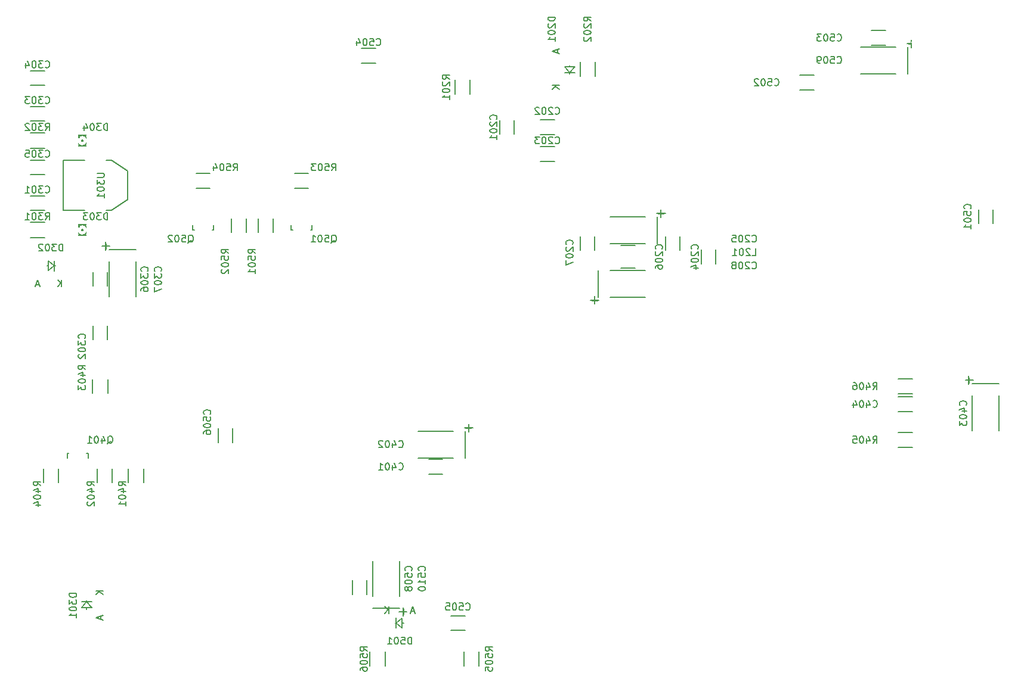
<source format=gbo>
G04 #@! TF.FileFunction,Legend,Bot*
%FSLAX46Y46*%
G04 Gerber Fmt 4.6, Leading zero omitted, Abs format (unit mm)*
G04 Created by KiCad (PCBNEW (2015-07-01 BZR 5850, Git 51c0ae3)-product) date 08.09.2015 00:21:10*
%MOMM*%
G01*
G04 APERTURE LIST*
%ADD10C,0.100000*%
%ADD11C,0.150000*%
%ADD12R,1.800000X2.200000*%
%ADD13R,2.200000X1.800000*%
%ADD14R,3.349600X2.000860*%
%ADD15R,2.000860X3.349600*%
%ADD16R,1.899260X3.499460*%
%ADD17R,3.499460X1.899260*%
%ADD18R,1.797660X2.000860*%
%ADD19O,1.800000X2.500000*%
%ADD20R,1.701140X2.999080*%
%ADD21R,2.232000X1.927200*%
%ADD22O,2.232000X1.927200*%
%ADD23R,1.927200X2.232000*%
%ADD24O,1.927200X2.232000*%
%ADD25R,1.927200X1.927200*%
%ADD26O,1.927200X1.927200*%
%ADD27C,2.232000*%
%ADD28R,2.232000X2.232000*%
%ADD29O,2.232000X2.232000*%
%ADD30R,1.000100X2.000860*%
%ADD31R,1.900000X2.200000*%
%ADD32R,2.200000X1.900000*%
%ADD33C,2.300000*%
%ADD34C,1.950000*%
%ADD35C,1.724000*%
%ADD36R,2.232000X3.857600*%
%ADD37R,2.232000X1.216000*%
%ADD38O,2.500000X1.800000*%
%ADD39C,1.701140*%
%ADD40R,2.435200X2.435200*%
%ADD41O,1.706220X3.214980*%
%ADD42C,1.851000*%
%ADD43C,1.978000*%
G04 APERTURE END LIST*
D10*
D11*
X72399000Y-16399000D02*
X72399000Y-18399000D01*
X70349000Y-18399000D02*
X70349000Y-16399000D01*
X76089000Y-16374000D02*
X78089000Y-16374000D01*
X78089000Y-18424000D02*
X76089000Y-18424000D01*
X76089000Y-20184000D02*
X78089000Y-20184000D01*
X78089000Y-22234000D02*
X76089000Y-22234000D01*
X98924000Y-36814000D02*
X98924000Y-34814000D01*
X100974000Y-34814000D02*
X100974000Y-36814000D01*
X92720160Y-30104080D02*
X92720160Y-33903920D01*
X86019640Y-30104080D02*
X91018360Y-30104080D01*
X86022180Y-33903920D02*
X91020900Y-33903920D01*
X93223080Y-29100780D02*
X93223080Y-30200600D01*
X93822520Y-29601160D02*
X92623640Y-29601160D01*
X95894000Y-32909000D02*
X95894000Y-34909000D01*
X93844000Y-34909000D02*
X93844000Y-32909000D01*
X81779000Y-34909000D02*
X81779000Y-32909000D01*
X83829000Y-32909000D02*
X83829000Y-34909000D01*
X84317840Y-41523920D02*
X84317840Y-37724080D01*
X91018360Y-41523920D02*
X86019640Y-41523920D01*
X91015820Y-37724080D02*
X86017100Y-37724080D01*
X83814920Y-42527220D02*
X83814920Y-41427400D01*
X83215480Y-42026840D02*
X84414360Y-42026840D01*
X3699000Y-27169000D02*
X5699000Y-27169000D01*
X5699000Y-29219000D02*
X3699000Y-29219000D01*
X14614000Y-45609000D02*
X14614000Y-47609000D01*
X12564000Y-47609000D02*
X12564000Y-45609000D01*
X3699000Y-14469000D02*
X5699000Y-14469000D01*
X5699000Y-16519000D02*
X3699000Y-16519000D01*
X3699000Y-9389000D02*
X5699000Y-9389000D01*
X5699000Y-11439000D02*
X3699000Y-11439000D01*
X3699000Y-22089000D02*
X5699000Y-22089000D01*
X5699000Y-24139000D02*
X3699000Y-24139000D01*
X12564000Y-39989000D02*
X12564000Y-37989000D01*
X14614000Y-37989000D02*
X14614000Y-39989000D01*
X14864080Y-34787840D02*
X18663920Y-34787840D01*
X14864080Y-41488360D02*
X14864080Y-36489640D01*
X18663920Y-41485820D02*
X18663920Y-36487100D01*
X13860780Y-34284920D02*
X14960600Y-34284920D01*
X14361160Y-33685480D02*
X14361160Y-34884360D01*
X60214000Y-64634000D02*
X62214000Y-64634000D01*
X62214000Y-66684000D02*
X60214000Y-66684000D01*
X65415160Y-60584080D02*
X65415160Y-64383920D01*
X58714640Y-60584080D02*
X63713360Y-60584080D01*
X58717180Y-64383920D02*
X63715900Y-64383920D01*
X65918080Y-59580780D02*
X65918080Y-60680600D01*
X66517520Y-60081160D02*
X65318640Y-60081160D01*
X137419080Y-53837840D02*
X141218920Y-53837840D01*
X137419080Y-60538360D02*
X137419080Y-55539640D01*
X141218920Y-60535820D02*
X141218920Y-55537100D01*
X136415780Y-53334920D02*
X137515600Y-53334920D01*
X136916160Y-52735480D02*
X136916160Y-53934360D01*
X126889000Y-55744000D02*
X128889000Y-55744000D01*
X128889000Y-57794000D02*
X126889000Y-57794000D01*
X140344000Y-29099000D02*
X140344000Y-31099000D01*
X138294000Y-31099000D02*
X138294000Y-29099000D01*
X114919000Y-12074000D02*
X112919000Y-12074000D01*
X112919000Y-10024000D02*
X114919000Y-10024000D01*
X123079000Y-3674000D02*
X125079000Y-3674000D01*
X125079000Y-5724000D02*
X123079000Y-5724000D01*
X52689000Y-8264000D02*
X50689000Y-8264000D01*
X50689000Y-6214000D02*
X52689000Y-6214000D01*
X63389000Y-86859000D02*
X65389000Y-86859000D01*
X65389000Y-88909000D02*
X63389000Y-88909000D01*
X32394000Y-60214000D02*
X32394000Y-62214000D01*
X30344000Y-62214000D02*
X30344000Y-60214000D01*
X51444000Y-81804000D02*
X51444000Y-83804000D01*
X49394000Y-83804000D02*
X49394000Y-81804000D01*
X80264000Y-9643580D02*
X80264000Y-9793440D01*
X80264000Y-8795220D02*
X80264000Y-8594560D01*
X80264000Y-9643580D02*
X79514700Y-9643580D01*
X80264000Y-9643580D02*
X80965040Y-9643580D01*
X80264000Y-9643580D02*
X80965040Y-8795220D01*
X80965040Y-8795220D02*
X79562960Y-8795220D01*
X79562960Y-8795220D02*
X80264000Y-9643580D01*
X11684000Y-84844420D02*
X11684000Y-84694560D01*
X11684000Y-85692780D02*
X11684000Y-85893440D01*
X11684000Y-84844420D02*
X12433300Y-84844420D01*
X11684000Y-84844420D02*
X10982960Y-84844420D01*
X11684000Y-84844420D02*
X10982960Y-85692780D01*
X10982960Y-85692780D02*
X12385040Y-85692780D01*
X12385040Y-85692780D02*
X11684000Y-84844420D01*
X7103580Y-37084000D02*
X7253440Y-37084000D01*
X6255220Y-37084000D02*
X6054560Y-37084000D01*
X7103580Y-37084000D02*
X7103580Y-37833300D01*
X7103580Y-37084000D02*
X7103580Y-36382960D01*
X7103580Y-37084000D02*
X6255220Y-36382960D01*
X6255220Y-36382960D02*
X6255220Y-37785040D01*
X6255220Y-37785040D02*
X7103580Y-37084000D01*
X11148060Y-31904940D02*
X10949940Y-31904940D01*
X10949940Y-31904940D02*
X10949940Y-32103060D01*
X11148060Y-32103060D02*
X10949940Y-32103060D01*
X11148060Y-31904940D02*
X11148060Y-32103060D01*
X10599420Y-31305500D02*
X10251440Y-31305500D01*
X10251440Y-31305500D02*
X10251440Y-31554420D01*
X10599420Y-31554420D02*
X10251440Y-31554420D01*
X10599420Y-31305500D02*
X10599420Y-31554420D01*
X10251440Y-31305500D02*
X10149840Y-31305500D01*
X10149840Y-31305500D02*
X10149840Y-32501840D01*
X10251440Y-32501840D02*
X10149840Y-32501840D01*
X10251440Y-31305500D02*
X10251440Y-32501840D01*
X10251440Y-32552640D02*
X10149840Y-32552640D01*
X10149840Y-32552640D02*
X10149840Y-32702500D01*
X10251440Y-32702500D02*
X10149840Y-32702500D01*
X10251440Y-32552640D02*
X10251440Y-32702500D01*
X11948160Y-31305500D02*
X11846560Y-31305500D01*
X11846560Y-31305500D02*
X11846560Y-32501840D01*
X11948160Y-32501840D02*
X11846560Y-32501840D01*
X11948160Y-31305500D02*
X11948160Y-32501840D01*
X11948160Y-32552640D02*
X11846560Y-32552640D01*
X11846560Y-32552640D02*
X11846560Y-32702500D01*
X11948160Y-32702500D02*
X11846560Y-32702500D01*
X11948160Y-32552640D02*
X11948160Y-32702500D01*
X10599420Y-31305500D02*
X10449560Y-31305500D01*
X10449560Y-31305500D02*
X10449560Y-31554420D01*
X10599420Y-31554420D02*
X10449560Y-31554420D01*
X10599420Y-31305500D02*
X10599420Y-31554420D01*
X9499600Y-31254700D02*
X12598400Y-31254700D01*
X12598400Y-31254700D02*
X12598400Y-32753300D01*
X12598400Y-32753300D02*
X9499600Y-32753300D01*
X9499600Y-32753300D02*
X9499600Y-31254700D01*
X11596262Y-31504646D02*
G75*
G03X10500360Y-31506160I-547262J-499354D01*
G01*
X11597133Y-32502398D02*
G75*
G03X11597640Y-31506160I-548133J498398D01*
G01*
X10501738Y-32503354D02*
G75*
G03X11597640Y-32501840I547262J499354D01*
G01*
X10500867Y-31505602D02*
G75*
G03X10500360Y-32501840I548133J-498398D01*
G01*
X55634420Y-87884000D02*
X55484560Y-87884000D01*
X56482780Y-87884000D02*
X56683440Y-87884000D01*
X55634420Y-87884000D02*
X55634420Y-87134700D01*
X55634420Y-87884000D02*
X55634420Y-88585040D01*
X55634420Y-87884000D02*
X56482780Y-88585040D01*
X56482780Y-88585040D02*
X56482780Y-87182960D01*
X56482780Y-87182960D02*
X55634420Y-87884000D01*
X89519760Y-37414200D02*
X87518240Y-37414200D01*
X88519000Y-34213800D02*
X87518240Y-34213800D01*
X88519000Y-34213800D02*
X89519760Y-34213800D01*
X11913820Y-64439800D02*
X11913820Y-63738760D01*
X11913820Y-63738760D02*
X11664900Y-63738760D01*
X9114840Y-63738760D02*
X8914180Y-63738760D01*
X8914180Y-63738760D02*
X8914180Y-64439800D01*
X40664180Y-31318200D02*
X40664180Y-32019240D01*
X40664180Y-32019240D02*
X40913100Y-32019240D01*
X43463160Y-32019240D02*
X43663820Y-32019240D01*
X43663820Y-32019240D02*
X43663820Y-31318200D01*
X26694180Y-31318200D02*
X26694180Y-32019240D01*
X26694180Y-32019240D02*
X26943100Y-32019240D01*
X29493160Y-32019240D02*
X29693820Y-32019240D01*
X29693820Y-32019240D02*
X29693820Y-31318200D01*
X66099000Y-12684000D02*
X66099000Y-10684000D01*
X63949000Y-10684000D02*
X63949000Y-12684000D01*
X81729000Y-8144000D02*
X81729000Y-10144000D01*
X83879000Y-10144000D02*
X83879000Y-8144000D01*
X17594000Y-65929000D02*
X17594000Y-67929000D01*
X19744000Y-67929000D02*
X19744000Y-65929000D01*
X13149000Y-65929000D02*
X13149000Y-67929000D01*
X15299000Y-67929000D02*
X15299000Y-65929000D01*
X12514000Y-53229000D02*
X12514000Y-55229000D01*
X14664000Y-55229000D02*
X14664000Y-53229000D01*
X5529000Y-65929000D02*
X5529000Y-67929000D01*
X7679000Y-67929000D02*
X7679000Y-65929000D01*
X126889000Y-62924000D02*
X128889000Y-62924000D01*
X128889000Y-60774000D02*
X126889000Y-60774000D01*
X126889000Y-55304000D02*
X128889000Y-55304000D01*
X128889000Y-53154000D02*
X126889000Y-53154000D01*
X38159000Y-32369000D02*
X38159000Y-30369000D01*
X36009000Y-30369000D02*
X36009000Y-32369000D01*
X34349000Y-32369000D02*
X34349000Y-30369000D01*
X32199000Y-30369000D02*
X32199000Y-32369000D01*
X43164000Y-23944000D02*
X41164000Y-23944000D01*
X41164000Y-26094000D02*
X43164000Y-26094000D01*
X29194000Y-23944000D02*
X27194000Y-23944000D01*
X27194000Y-26094000D02*
X29194000Y-26094000D01*
X65219000Y-91964000D02*
X65219000Y-93964000D01*
X67369000Y-93964000D02*
X67369000Y-91964000D01*
X54034000Y-93964000D02*
X54034000Y-91964000D01*
X51884000Y-91964000D02*
X51884000Y-93964000D01*
X11430000Y-29210000D02*
X8382000Y-29210000D01*
X8382000Y-29210000D02*
X8382000Y-22098000D01*
X8382000Y-22098000D02*
X11430000Y-22098000D01*
X14478000Y-29210000D02*
X15240000Y-29210000D01*
X15240000Y-29210000D02*
X17526000Y-27686000D01*
X17526000Y-27686000D02*
X17526000Y-23622000D01*
X17526000Y-23622000D02*
X15240000Y-22098000D01*
X15240000Y-22098000D02*
X14478000Y-22098000D01*
X128280160Y-5974080D02*
X128280160Y-9773920D01*
X121579640Y-5974080D02*
X126578360Y-5974080D01*
X121582180Y-9773920D02*
X126580900Y-9773920D01*
X128783080Y-4970780D02*
X128783080Y-6070600D01*
X129382520Y-5471160D02*
X128183640Y-5471160D01*
X56128920Y-85735160D02*
X52329080Y-85735160D01*
X56128920Y-79034640D02*
X56128920Y-84033360D01*
X52329080Y-79037180D02*
X52329080Y-84035900D01*
X57132220Y-86238080D02*
X56032400Y-86238080D01*
X56631840Y-86837520D02*
X56631840Y-85638640D01*
X3699000Y-33079000D02*
X5699000Y-33079000D01*
X5699000Y-30929000D02*
X3699000Y-30929000D01*
X11148060Y-19204940D02*
X10949940Y-19204940D01*
X10949940Y-19204940D02*
X10949940Y-19403060D01*
X11148060Y-19403060D02*
X10949940Y-19403060D01*
X11148060Y-19204940D02*
X11148060Y-19403060D01*
X10599420Y-18605500D02*
X10251440Y-18605500D01*
X10251440Y-18605500D02*
X10251440Y-18854420D01*
X10599420Y-18854420D02*
X10251440Y-18854420D01*
X10599420Y-18605500D02*
X10599420Y-18854420D01*
X10251440Y-18605500D02*
X10149840Y-18605500D01*
X10149840Y-18605500D02*
X10149840Y-19801840D01*
X10251440Y-19801840D02*
X10149840Y-19801840D01*
X10251440Y-18605500D02*
X10251440Y-19801840D01*
X10251440Y-19852640D02*
X10149840Y-19852640D01*
X10149840Y-19852640D02*
X10149840Y-20002500D01*
X10251440Y-20002500D02*
X10149840Y-20002500D01*
X10251440Y-19852640D02*
X10251440Y-20002500D01*
X11948160Y-18605500D02*
X11846560Y-18605500D01*
X11846560Y-18605500D02*
X11846560Y-19801840D01*
X11948160Y-19801840D02*
X11846560Y-19801840D01*
X11948160Y-18605500D02*
X11948160Y-19801840D01*
X11948160Y-19852640D02*
X11846560Y-19852640D01*
X11846560Y-19852640D02*
X11846560Y-20002500D01*
X11948160Y-20002500D02*
X11846560Y-20002500D01*
X11948160Y-19852640D02*
X11948160Y-20002500D01*
X10599420Y-18605500D02*
X10449560Y-18605500D01*
X10449560Y-18605500D02*
X10449560Y-18854420D01*
X10599420Y-18854420D02*
X10449560Y-18854420D01*
X10599420Y-18605500D02*
X10599420Y-18854420D01*
X9499600Y-18554700D02*
X12598400Y-18554700D01*
X12598400Y-18554700D02*
X12598400Y-20053300D01*
X12598400Y-20053300D02*
X9499600Y-20053300D01*
X9499600Y-20053300D02*
X9499600Y-18554700D01*
X11596262Y-18804646D02*
G75*
G03X10500360Y-18806160I-547262J-499354D01*
G01*
X11597133Y-19802398D02*
G75*
G03X11597640Y-18806160I-548133J498398D01*
G01*
X10501738Y-19803354D02*
G75*
G03X11597640Y-19801840I547262J499354D01*
G01*
X10500867Y-18805602D02*
G75*
G03X10500360Y-19801840I548133J-498398D01*
G01*
X3699000Y-20379000D02*
X5699000Y-20379000D01*
X5699000Y-18229000D02*
X3699000Y-18229000D01*
X69826143Y-16279953D02*
X69873762Y-16232334D01*
X69921381Y-16089477D01*
X69921381Y-15994239D01*
X69873762Y-15851381D01*
X69778524Y-15756143D01*
X69683286Y-15708524D01*
X69492810Y-15660905D01*
X69349952Y-15660905D01*
X69159476Y-15708524D01*
X69064238Y-15756143D01*
X68969000Y-15851381D01*
X68921381Y-15994239D01*
X68921381Y-16089477D01*
X68969000Y-16232334D01*
X69016619Y-16279953D01*
X69016619Y-16660905D02*
X68969000Y-16708524D01*
X68921381Y-16803762D01*
X68921381Y-17041858D01*
X68969000Y-17137096D01*
X69016619Y-17184715D01*
X69111857Y-17232334D01*
X69207095Y-17232334D01*
X69349952Y-17184715D01*
X69921381Y-16613286D01*
X69921381Y-17232334D01*
X68921381Y-17851381D02*
X68921381Y-17946620D01*
X68969000Y-18041858D01*
X69016619Y-18089477D01*
X69111857Y-18137096D01*
X69302333Y-18184715D01*
X69540429Y-18184715D01*
X69730905Y-18137096D01*
X69826143Y-18089477D01*
X69873762Y-18041858D01*
X69921381Y-17946620D01*
X69921381Y-17851381D01*
X69873762Y-17756143D01*
X69826143Y-17708524D01*
X69730905Y-17660905D01*
X69540429Y-17613286D01*
X69302333Y-17613286D01*
X69111857Y-17660905D01*
X69016619Y-17708524D01*
X68969000Y-17756143D01*
X68921381Y-17851381D01*
X69921381Y-19137096D02*
X69921381Y-18565667D01*
X69921381Y-18851381D02*
X68921381Y-18851381D01*
X69064238Y-18756143D01*
X69159476Y-18660905D01*
X69207095Y-18565667D01*
X78208047Y-15456143D02*
X78255666Y-15503762D01*
X78398523Y-15551381D01*
X78493761Y-15551381D01*
X78636619Y-15503762D01*
X78731857Y-15408524D01*
X78779476Y-15313286D01*
X78827095Y-15122810D01*
X78827095Y-14979952D01*
X78779476Y-14789476D01*
X78731857Y-14694238D01*
X78636619Y-14599000D01*
X78493761Y-14551381D01*
X78398523Y-14551381D01*
X78255666Y-14599000D01*
X78208047Y-14646619D01*
X77827095Y-14646619D02*
X77779476Y-14599000D01*
X77684238Y-14551381D01*
X77446142Y-14551381D01*
X77350904Y-14599000D01*
X77303285Y-14646619D01*
X77255666Y-14741857D01*
X77255666Y-14837095D01*
X77303285Y-14979952D01*
X77874714Y-15551381D01*
X77255666Y-15551381D01*
X76636619Y-14551381D02*
X76541380Y-14551381D01*
X76446142Y-14599000D01*
X76398523Y-14646619D01*
X76350904Y-14741857D01*
X76303285Y-14932333D01*
X76303285Y-15170429D01*
X76350904Y-15360905D01*
X76398523Y-15456143D01*
X76446142Y-15503762D01*
X76541380Y-15551381D01*
X76636619Y-15551381D01*
X76731857Y-15503762D01*
X76779476Y-15456143D01*
X76827095Y-15360905D01*
X76874714Y-15170429D01*
X76874714Y-14932333D01*
X76827095Y-14741857D01*
X76779476Y-14646619D01*
X76731857Y-14599000D01*
X76636619Y-14551381D01*
X75922333Y-14646619D02*
X75874714Y-14599000D01*
X75779476Y-14551381D01*
X75541380Y-14551381D01*
X75446142Y-14599000D01*
X75398523Y-14646619D01*
X75350904Y-14741857D01*
X75350904Y-14837095D01*
X75398523Y-14979952D01*
X75969952Y-15551381D01*
X75350904Y-15551381D01*
X78208047Y-19661143D02*
X78255666Y-19708762D01*
X78398523Y-19756381D01*
X78493761Y-19756381D01*
X78636619Y-19708762D01*
X78731857Y-19613524D01*
X78779476Y-19518286D01*
X78827095Y-19327810D01*
X78827095Y-19184952D01*
X78779476Y-18994476D01*
X78731857Y-18899238D01*
X78636619Y-18804000D01*
X78493761Y-18756381D01*
X78398523Y-18756381D01*
X78255666Y-18804000D01*
X78208047Y-18851619D01*
X77827095Y-18851619D02*
X77779476Y-18804000D01*
X77684238Y-18756381D01*
X77446142Y-18756381D01*
X77350904Y-18804000D01*
X77303285Y-18851619D01*
X77255666Y-18946857D01*
X77255666Y-19042095D01*
X77303285Y-19184952D01*
X77874714Y-19756381D01*
X77255666Y-19756381D01*
X76636619Y-18756381D02*
X76541380Y-18756381D01*
X76446142Y-18804000D01*
X76398523Y-18851619D01*
X76350904Y-18946857D01*
X76303285Y-19137333D01*
X76303285Y-19375429D01*
X76350904Y-19565905D01*
X76398523Y-19661143D01*
X76446142Y-19708762D01*
X76541380Y-19756381D01*
X76636619Y-19756381D01*
X76731857Y-19708762D01*
X76779476Y-19661143D01*
X76827095Y-19565905D01*
X76874714Y-19375429D01*
X76874714Y-19137333D01*
X76827095Y-18946857D01*
X76779476Y-18851619D01*
X76731857Y-18804000D01*
X76636619Y-18756381D01*
X75969952Y-18756381D02*
X75350904Y-18756381D01*
X75684238Y-19137333D01*
X75541380Y-19137333D01*
X75446142Y-19184952D01*
X75398523Y-19232571D01*
X75350904Y-19327810D01*
X75350904Y-19565905D01*
X75398523Y-19661143D01*
X75446142Y-19708762D01*
X75541380Y-19756381D01*
X75827095Y-19756381D01*
X75922333Y-19708762D01*
X75969952Y-19661143D01*
X98401143Y-34694953D02*
X98448762Y-34647334D01*
X98496381Y-34504477D01*
X98496381Y-34409239D01*
X98448762Y-34266381D01*
X98353524Y-34171143D01*
X98258286Y-34123524D01*
X98067810Y-34075905D01*
X97924952Y-34075905D01*
X97734476Y-34123524D01*
X97639238Y-34171143D01*
X97544000Y-34266381D01*
X97496381Y-34409239D01*
X97496381Y-34504477D01*
X97544000Y-34647334D01*
X97591619Y-34694953D01*
X97591619Y-35075905D02*
X97544000Y-35123524D01*
X97496381Y-35218762D01*
X97496381Y-35456858D01*
X97544000Y-35552096D01*
X97591619Y-35599715D01*
X97686857Y-35647334D01*
X97782095Y-35647334D01*
X97924952Y-35599715D01*
X98496381Y-35028286D01*
X98496381Y-35647334D01*
X97496381Y-36266381D02*
X97496381Y-36361620D01*
X97544000Y-36456858D01*
X97591619Y-36504477D01*
X97686857Y-36552096D01*
X97877333Y-36599715D01*
X98115429Y-36599715D01*
X98305905Y-36552096D01*
X98401143Y-36504477D01*
X98448762Y-36456858D01*
X98496381Y-36361620D01*
X98496381Y-36266381D01*
X98448762Y-36171143D01*
X98401143Y-36123524D01*
X98305905Y-36075905D01*
X98115429Y-36028286D01*
X97877333Y-36028286D01*
X97686857Y-36075905D01*
X97591619Y-36123524D01*
X97544000Y-36171143D01*
X97496381Y-36266381D01*
X97829714Y-37456858D02*
X98496381Y-37456858D01*
X97448762Y-37218762D02*
X98163048Y-36980667D01*
X98163048Y-37599715D01*
X106148047Y-33631143D02*
X106195666Y-33678762D01*
X106338523Y-33726381D01*
X106433761Y-33726381D01*
X106576619Y-33678762D01*
X106671857Y-33583524D01*
X106719476Y-33488286D01*
X106767095Y-33297810D01*
X106767095Y-33154952D01*
X106719476Y-32964476D01*
X106671857Y-32869238D01*
X106576619Y-32774000D01*
X106433761Y-32726381D01*
X106338523Y-32726381D01*
X106195666Y-32774000D01*
X106148047Y-32821619D01*
X105767095Y-32821619D02*
X105719476Y-32774000D01*
X105624238Y-32726381D01*
X105386142Y-32726381D01*
X105290904Y-32774000D01*
X105243285Y-32821619D01*
X105195666Y-32916857D01*
X105195666Y-33012095D01*
X105243285Y-33154952D01*
X105814714Y-33726381D01*
X105195666Y-33726381D01*
X104576619Y-32726381D02*
X104481380Y-32726381D01*
X104386142Y-32774000D01*
X104338523Y-32821619D01*
X104290904Y-32916857D01*
X104243285Y-33107333D01*
X104243285Y-33345429D01*
X104290904Y-33535905D01*
X104338523Y-33631143D01*
X104386142Y-33678762D01*
X104481380Y-33726381D01*
X104576619Y-33726381D01*
X104671857Y-33678762D01*
X104719476Y-33631143D01*
X104767095Y-33535905D01*
X104814714Y-33345429D01*
X104814714Y-33107333D01*
X104767095Y-32916857D01*
X104719476Y-32821619D01*
X104671857Y-32774000D01*
X104576619Y-32726381D01*
X103338523Y-32726381D02*
X103814714Y-32726381D01*
X103862333Y-33202571D01*
X103814714Y-33154952D01*
X103719476Y-33107333D01*
X103481380Y-33107333D01*
X103386142Y-33154952D01*
X103338523Y-33202571D01*
X103290904Y-33297810D01*
X103290904Y-33535905D01*
X103338523Y-33631143D01*
X103386142Y-33678762D01*
X103481380Y-33726381D01*
X103719476Y-33726381D01*
X103814714Y-33678762D01*
X103862333Y-33631143D01*
X93601492Y-29675129D02*
X92839587Y-29675129D01*
X93220539Y-30056081D02*
X93220539Y-29294176D01*
X93321143Y-34694953D02*
X93368762Y-34647334D01*
X93416381Y-34504477D01*
X93416381Y-34409239D01*
X93368762Y-34266381D01*
X93273524Y-34171143D01*
X93178286Y-34123524D01*
X92987810Y-34075905D01*
X92844952Y-34075905D01*
X92654476Y-34123524D01*
X92559238Y-34171143D01*
X92464000Y-34266381D01*
X92416381Y-34409239D01*
X92416381Y-34504477D01*
X92464000Y-34647334D01*
X92511619Y-34694953D01*
X92511619Y-35075905D02*
X92464000Y-35123524D01*
X92416381Y-35218762D01*
X92416381Y-35456858D01*
X92464000Y-35552096D01*
X92511619Y-35599715D01*
X92606857Y-35647334D01*
X92702095Y-35647334D01*
X92844952Y-35599715D01*
X93416381Y-35028286D01*
X93416381Y-35647334D01*
X92416381Y-36266381D02*
X92416381Y-36361620D01*
X92464000Y-36456858D01*
X92511619Y-36504477D01*
X92606857Y-36552096D01*
X92797333Y-36599715D01*
X93035429Y-36599715D01*
X93225905Y-36552096D01*
X93321143Y-36504477D01*
X93368762Y-36456858D01*
X93416381Y-36361620D01*
X93416381Y-36266381D01*
X93368762Y-36171143D01*
X93321143Y-36123524D01*
X93225905Y-36075905D01*
X93035429Y-36028286D01*
X92797333Y-36028286D01*
X92606857Y-36075905D01*
X92511619Y-36123524D01*
X92464000Y-36171143D01*
X92416381Y-36266381D01*
X92416381Y-37456858D02*
X92416381Y-37266381D01*
X92464000Y-37171143D01*
X92511619Y-37123524D01*
X92654476Y-37028286D01*
X92844952Y-36980667D01*
X93225905Y-36980667D01*
X93321143Y-37028286D01*
X93368762Y-37075905D01*
X93416381Y-37171143D01*
X93416381Y-37361620D01*
X93368762Y-37456858D01*
X93321143Y-37504477D01*
X93225905Y-37552096D01*
X92987810Y-37552096D01*
X92892571Y-37504477D01*
X92844952Y-37456858D01*
X92797333Y-37361620D01*
X92797333Y-37171143D01*
X92844952Y-37075905D01*
X92892571Y-37028286D01*
X92987810Y-36980667D01*
X80621143Y-34059953D02*
X80668762Y-34012334D01*
X80716381Y-33869477D01*
X80716381Y-33774239D01*
X80668762Y-33631381D01*
X80573524Y-33536143D01*
X80478286Y-33488524D01*
X80287810Y-33440905D01*
X80144952Y-33440905D01*
X79954476Y-33488524D01*
X79859238Y-33536143D01*
X79764000Y-33631381D01*
X79716381Y-33774239D01*
X79716381Y-33869477D01*
X79764000Y-34012334D01*
X79811619Y-34059953D01*
X79811619Y-34440905D02*
X79764000Y-34488524D01*
X79716381Y-34583762D01*
X79716381Y-34821858D01*
X79764000Y-34917096D01*
X79811619Y-34964715D01*
X79906857Y-35012334D01*
X80002095Y-35012334D01*
X80144952Y-34964715D01*
X80716381Y-34393286D01*
X80716381Y-35012334D01*
X79716381Y-35631381D02*
X79716381Y-35726620D01*
X79764000Y-35821858D01*
X79811619Y-35869477D01*
X79906857Y-35917096D01*
X80097333Y-35964715D01*
X80335429Y-35964715D01*
X80525905Y-35917096D01*
X80621143Y-35869477D01*
X80668762Y-35821858D01*
X80716381Y-35726620D01*
X80716381Y-35631381D01*
X80668762Y-35536143D01*
X80621143Y-35488524D01*
X80525905Y-35440905D01*
X80335429Y-35393286D01*
X80097333Y-35393286D01*
X79906857Y-35440905D01*
X79811619Y-35488524D01*
X79764000Y-35536143D01*
X79716381Y-35631381D01*
X79716381Y-36298048D02*
X79716381Y-36964715D01*
X80716381Y-36536143D01*
X106148047Y-37441143D02*
X106195666Y-37488762D01*
X106338523Y-37536381D01*
X106433761Y-37536381D01*
X106576619Y-37488762D01*
X106671857Y-37393524D01*
X106719476Y-37298286D01*
X106767095Y-37107810D01*
X106767095Y-36964952D01*
X106719476Y-36774476D01*
X106671857Y-36679238D01*
X106576619Y-36584000D01*
X106433761Y-36536381D01*
X106338523Y-36536381D01*
X106195666Y-36584000D01*
X106148047Y-36631619D01*
X105767095Y-36631619D02*
X105719476Y-36584000D01*
X105624238Y-36536381D01*
X105386142Y-36536381D01*
X105290904Y-36584000D01*
X105243285Y-36631619D01*
X105195666Y-36726857D01*
X105195666Y-36822095D01*
X105243285Y-36964952D01*
X105814714Y-37536381D01*
X105195666Y-37536381D01*
X104576619Y-36536381D02*
X104481380Y-36536381D01*
X104386142Y-36584000D01*
X104338523Y-36631619D01*
X104290904Y-36726857D01*
X104243285Y-36917333D01*
X104243285Y-37155429D01*
X104290904Y-37345905D01*
X104338523Y-37441143D01*
X104386142Y-37488762D01*
X104481380Y-37536381D01*
X104576619Y-37536381D01*
X104671857Y-37488762D01*
X104719476Y-37441143D01*
X104767095Y-37345905D01*
X104814714Y-37155429D01*
X104814714Y-36917333D01*
X104767095Y-36726857D01*
X104719476Y-36631619D01*
X104671857Y-36584000D01*
X104576619Y-36536381D01*
X103671857Y-36964952D02*
X103767095Y-36917333D01*
X103814714Y-36869714D01*
X103862333Y-36774476D01*
X103862333Y-36726857D01*
X103814714Y-36631619D01*
X103767095Y-36584000D01*
X103671857Y-36536381D01*
X103481380Y-36536381D01*
X103386142Y-36584000D01*
X103338523Y-36631619D01*
X103290904Y-36726857D01*
X103290904Y-36774476D01*
X103338523Y-36869714D01*
X103386142Y-36917333D01*
X103481380Y-36964952D01*
X103671857Y-36964952D01*
X103767095Y-37012571D01*
X103814714Y-37060190D01*
X103862333Y-37155429D01*
X103862333Y-37345905D01*
X103814714Y-37441143D01*
X103767095Y-37488762D01*
X103671857Y-37536381D01*
X103481380Y-37536381D01*
X103386142Y-37488762D01*
X103338523Y-37441143D01*
X103290904Y-37345905D01*
X103290904Y-37155429D01*
X103338523Y-37060190D01*
X103386142Y-37012571D01*
X103481380Y-36964952D01*
X84198412Y-42095729D02*
X83436507Y-42095729D01*
X83817459Y-42476681D02*
X83817459Y-41714776D01*
X5818047Y-26646143D02*
X5865666Y-26693762D01*
X6008523Y-26741381D01*
X6103761Y-26741381D01*
X6246619Y-26693762D01*
X6341857Y-26598524D01*
X6389476Y-26503286D01*
X6437095Y-26312810D01*
X6437095Y-26169952D01*
X6389476Y-25979476D01*
X6341857Y-25884238D01*
X6246619Y-25789000D01*
X6103761Y-25741381D01*
X6008523Y-25741381D01*
X5865666Y-25789000D01*
X5818047Y-25836619D01*
X5484714Y-25741381D02*
X4865666Y-25741381D01*
X5199000Y-26122333D01*
X5056142Y-26122333D01*
X4960904Y-26169952D01*
X4913285Y-26217571D01*
X4865666Y-26312810D01*
X4865666Y-26550905D01*
X4913285Y-26646143D01*
X4960904Y-26693762D01*
X5056142Y-26741381D01*
X5341857Y-26741381D01*
X5437095Y-26693762D01*
X5484714Y-26646143D01*
X4246619Y-25741381D02*
X4151380Y-25741381D01*
X4056142Y-25789000D01*
X4008523Y-25836619D01*
X3960904Y-25931857D01*
X3913285Y-26122333D01*
X3913285Y-26360429D01*
X3960904Y-26550905D01*
X4008523Y-26646143D01*
X4056142Y-26693762D01*
X4151380Y-26741381D01*
X4246619Y-26741381D01*
X4341857Y-26693762D01*
X4389476Y-26646143D01*
X4437095Y-26550905D01*
X4484714Y-26360429D01*
X4484714Y-26122333D01*
X4437095Y-25931857D01*
X4389476Y-25836619D01*
X4341857Y-25789000D01*
X4246619Y-25741381D01*
X2960904Y-26741381D02*
X3532333Y-26741381D01*
X3246619Y-26741381D02*
X3246619Y-25741381D01*
X3341857Y-25884238D01*
X3437095Y-25979476D01*
X3532333Y-26027095D01*
X11406143Y-47394953D02*
X11453762Y-47347334D01*
X11501381Y-47204477D01*
X11501381Y-47109239D01*
X11453762Y-46966381D01*
X11358524Y-46871143D01*
X11263286Y-46823524D01*
X11072810Y-46775905D01*
X10929952Y-46775905D01*
X10739476Y-46823524D01*
X10644238Y-46871143D01*
X10549000Y-46966381D01*
X10501381Y-47109239D01*
X10501381Y-47204477D01*
X10549000Y-47347334D01*
X10596619Y-47394953D01*
X10501381Y-47728286D02*
X10501381Y-48347334D01*
X10882333Y-48014000D01*
X10882333Y-48156858D01*
X10929952Y-48252096D01*
X10977571Y-48299715D01*
X11072810Y-48347334D01*
X11310905Y-48347334D01*
X11406143Y-48299715D01*
X11453762Y-48252096D01*
X11501381Y-48156858D01*
X11501381Y-47871143D01*
X11453762Y-47775905D01*
X11406143Y-47728286D01*
X10501381Y-48966381D02*
X10501381Y-49061620D01*
X10549000Y-49156858D01*
X10596619Y-49204477D01*
X10691857Y-49252096D01*
X10882333Y-49299715D01*
X11120429Y-49299715D01*
X11310905Y-49252096D01*
X11406143Y-49204477D01*
X11453762Y-49156858D01*
X11501381Y-49061620D01*
X11501381Y-48966381D01*
X11453762Y-48871143D01*
X11406143Y-48823524D01*
X11310905Y-48775905D01*
X11120429Y-48728286D01*
X10882333Y-48728286D01*
X10691857Y-48775905D01*
X10596619Y-48823524D01*
X10549000Y-48871143D01*
X10501381Y-48966381D01*
X10596619Y-49680667D02*
X10549000Y-49728286D01*
X10501381Y-49823524D01*
X10501381Y-50061620D01*
X10549000Y-50156858D01*
X10596619Y-50204477D01*
X10691857Y-50252096D01*
X10787095Y-50252096D01*
X10929952Y-50204477D01*
X11501381Y-49633048D01*
X11501381Y-50252096D01*
X5818047Y-13946143D02*
X5865666Y-13993762D01*
X6008523Y-14041381D01*
X6103761Y-14041381D01*
X6246619Y-13993762D01*
X6341857Y-13898524D01*
X6389476Y-13803286D01*
X6437095Y-13612810D01*
X6437095Y-13469952D01*
X6389476Y-13279476D01*
X6341857Y-13184238D01*
X6246619Y-13089000D01*
X6103761Y-13041381D01*
X6008523Y-13041381D01*
X5865666Y-13089000D01*
X5818047Y-13136619D01*
X5484714Y-13041381D02*
X4865666Y-13041381D01*
X5199000Y-13422333D01*
X5056142Y-13422333D01*
X4960904Y-13469952D01*
X4913285Y-13517571D01*
X4865666Y-13612810D01*
X4865666Y-13850905D01*
X4913285Y-13946143D01*
X4960904Y-13993762D01*
X5056142Y-14041381D01*
X5341857Y-14041381D01*
X5437095Y-13993762D01*
X5484714Y-13946143D01*
X4246619Y-13041381D02*
X4151380Y-13041381D01*
X4056142Y-13089000D01*
X4008523Y-13136619D01*
X3960904Y-13231857D01*
X3913285Y-13422333D01*
X3913285Y-13660429D01*
X3960904Y-13850905D01*
X4008523Y-13946143D01*
X4056142Y-13993762D01*
X4151380Y-14041381D01*
X4246619Y-14041381D01*
X4341857Y-13993762D01*
X4389476Y-13946143D01*
X4437095Y-13850905D01*
X4484714Y-13660429D01*
X4484714Y-13422333D01*
X4437095Y-13231857D01*
X4389476Y-13136619D01*
X4341857Y-13089000D01*
X4246619Y-13041381D01*
X3579952Y-13041381D02*
X2960904Y-13041381D01*
X3294238Y-13422333D01*
X3151380Y-13422333D01*
X3056142Y-13469952D01*
X3008523Y-13517571D01*
X2960904Y-13612810D01*
X2960904Y-13850905D01*
X3008523Y-13946143D01*
X3056142Y-13993762D01*
X3151380Y-14041381D01*
X3437095Y-14041381D01*
X3532333Y-13993762D01*
X3579952Y-13946143D01*
X5818047Y-8866143D02*
X5865666Y-8913762D01*
X6008523Y-8961381D01*
X6103761Y-8961381D01*
X6246619Y-8913762D01*
X6341857Y-8818524D01*
X6389476Y-8723286D01*
X6437095Y-8532810D01*
X6437095Y-8389952D01*
X6389476Y-8199476D01*
X6341857Y-8104238D01*
X6246619Y-8009000D01*
X6103761Y-7961381D01*
X6008523Y-7961381D01*
X5865666Y-8009000D01*
X5818047Y-8056619D01*
X5484714Y-7961381D02*
X4865666Y-7961381D01*
X5199000Y-8342333D01*
X5056142Y-8342333D01*
X4960904Y-8389952D01*
X4913285Y-8437571D01*
X4865666Y-8532810D01*
X4865666Y-8770905D01*
X4913285Y-8866143D01*
X4960904Y-8913762D01*
X5056142Y-8961381D01*
X5341857Y-8961381D01*
X5437095Y-8913762D01*
X5484714Y-8866143D01*
X4246619Y-7961381D02*
X4151380Y-7961381D01*
X4056142Y-8009000D01*
X4008523Y-8056619D01*
X3960904Y-8151857D01*
X3913285Y-8342333D01*
X3913285Y-8580429D01*
X3960904Y-8770905D01*
X4008523Y-8866143D01*
X4056142Y-8913762D01*
X4151380Y-8961381D01*
X4246619Y-8961381D01*
X4341857Y-8913762D01*
X4389476Y-8866143D01*
X4437095Y-8770905D01*
X4484714Y-8580429D01*
X4484714Y-8342333D01*
X4437095Y-8151857D01*
X4389476Y-8056619D01*
X4341857Y-8009000D01*
X4246619Y-7961381D01*
X3056142Y-8294714D02*
X3056142Y-8961381D01*
X3294238Y-7913762D02*
X3532333Y-8628048D01*
X2913285Y-8628048D01*
X5818047Y-21566143D02*
X5865666Y-21613762D01*
X6008523Y-21661381D01*
X6103761Y-21661381D01*
X6246619Y-21613762D01*
X6341857Y-21518524D01*
X6389476Y-21423286D01*
X6437095Y-21232810D01*
X6437095Y-21089952D01*
X6389476Y-20899476D01*
X6341857Y-20804238D01*
X6246619Y-20709000D01*
X6103761Y-20661381D01*
X6008523Y-20661381D01*
X5865666Y-20709000D01*
X5818047Y-20756619D01*
X5484714Y-20661381D02*
X4865666Y-20661381D01*
X5199000Y-21042333D01*
X5056142Y-21042333D01*
X4960904Y-21089952D01*
X4913285Y-21137571D01*
X4865666Y-21232810D01*
X4865666Y-21470905D01*
X4913285Y-21566143D01*
X4960904Y-21613762D01*
X5056142Y-21661381D01*
X5341857Y-21661381D01*
X5437095Y-21613762D01*
X5484714Y-21566143D01*
X4246619Y-20661381D02*
X4151380Y-20661381D01*
X4056142Y-20709000D01*
X4008523Y-20756619D01*
X3960904Y-20851857D01*
X3913285Y-21042333D01*
X3913285Y-21280429D01*
X3960904Y-21470905D01*
X4008523Y-21566143D01*
X4056142Y-21613762D01*
X4151380Y-21661381D01*
X4246619Y-21661381D01*
X4341857Y-21613762D01*
X4389476Y-21566143D01*
X4437095Y-21470905D01*
X4484714Y-21280429D01*
X4484714Y-21042333D01*
X4437095Y-20851857D01*
X4389476Y-20756619D01*
X4341857Y-20709000D01*
X4246619Y-20661381D01*
X3008523Y-20661381D02*
X3484714Y-20661381D01*
X3532333Y-21137571D01*
X3484714Y-21089952D01*
X3389476Y-21042333D01*
X3151380Y-21042333D01*
X3056142Y-21089952D01*
X3008523Y-21137571D01*
X2960904Y-21232810D01*
X2960904Y-21470905D01*
X3008523Y-21566143D01*
X3056142Y-21613762D01*
X3151380Y-21661381D01*
X3389476Y-21661381D01*
X3484714Y-21613762D01*
X3532333Y-21566143D01*
X20296143Y-37869953D02*
X20343762Y-37822334D01*
X20391381Y-37679477D01*
X20391381Y-37584239D01*
X20343762Y-37441381D01*
X20248524Y-37346143D01*
X20153286Y-37298524D01*
X19962810Y-37250905D01*
X19819952Y-37250905D01*
X19629476Y-37298524D01*
X19534238Y-37346143D01*
X19439000Y-37441381D01*
X19391381Y-37584239D01*
X19391381Y-37679477D01*
X19439000Y-37822334D01*
X19486619Y-37869953D01*
X19391381Y-38203286D02*
X19391381Y-38822334D01*
X19772333Y-38489000D01*
X19772333Y-38631858D01*
X19819952Y-38727096D01*
X19867571Y-38774715D01*
X19962810Y-38822334D01*
X20200905Y-38822334D01*
X20296143Y-38774715D01*
X20343762Y-38727096D01*
X20391381Y-38631858D01*
X20391381Y-38346143D01*
X20343762Y-38250905D01*
X20296143Y-38203286D01*
X19391381Y-39441381D02*
X19391381Y-39536620D01*
X19439000Y-39631858D01*
X19486619Y-39679477D01*
X19581857Y-39727096D01*
X19772333Y-39774715D01*
X20010429Y-39774715D01*
X20200905Y-39727096D01*
X20296143Y-39679477D01*
X20343762Y-39631858D01*
X20391381Y-39536620D01*
X20391381Y-39441381D01*
X20343762Y-39346143D01*
X20296143Y-39298524D01*
X20200905Y-39250905D01*
X20010429Y-39203286D01*
X19772333Y-39203286D01*
X19581857Y-39250905D01*
X19486619Y-39298524D01*
X19439000Y-39346143D01*
X19391381Y-39441381D01*
X19391381Y-40631858D02*
X19391381Y-40441381D01*
X19439000Y-40346143D01*
X19486619Y-40298524D01*
X19629476Y-40203286D01*
X19819952Y-40155667D01*
X20200905Y-40155667D01*
X20296143Y-40203286D01*
X20343762Y-40250905D01*
X20391381Y-40346143D01*
X20391381Y-40536620D01*
X20343762Y-40631858D01*
X20296143Y-40679477D01*
X20200905Y-40727096D01*
X19962810Y-40727096D01*
X19867571Y-40679477D01*
X19819952Y-40631858D01*
X19772333Y-40536620D01*
X19772333Y-40346143D01*
X19819952Y-40250905D01*
X19867571Y-40203286D01*
X19962810Y-40155667D01*
X22201143Y-37869953D02*
X22248762Y-37822334D01*
X22296381Y-37679477D01*
X22296381Y-37584239D01*
X22248762Y-37441381D01*
X22153524Y-37346143D01*
X22058286Y-37298524D01*
X21867810Y-37250905D01*
X21724952Y-37250905D01*
X21534476Y-37298524D01*
X21439238Y-37346143D01*
X21344000Y-37441381D01*
X21296381Y-37584239D01*
X21296381Y-37679477D01*
X21344000Y-37822334D01*
X21391619Y-37869953D01*
X21296381Y-38203286D02*
X21296381Y-38822334D01*
X21677333Y-38489000D01*
X21677333Y-38631858D01*
X21724952Y-38727096D01*
X21772571Y-38774715D01*
X21867810Y-38822334D01*
X22105905Y-38822334D01*
X22201143Y-38774715D01*
X22248762Y-38727096D01*
X22296381Y-38631858D01*
X22296381Y-38346143D01*
X22248762Y-38250905D01*
X22201143Y-38203286D01*
X21296381Y-39441381D02*
X21296381Y-39536620D01*
X21344000Y-39631858D01*
X21391619Y-39679477D01*
X21486857Y-39727096D01*
X21677333Y-39774715D01*
X21915429Y-39774715D01*
X22105905Y-39727096D01*
X22201143Y-39679477D01*
X22248762Y-39631858D01*
X22296381Y-39536620D01*
X22296381Y-39441381D01*
X22248762Y-39346143D01*
X22201143Y-39298524D01*
X22105905Y-39250905D01*
X21915429Y-39203286D01*
X21677333Y-39203286D01*
X21486857Y-39250905D01*
X21391619Y-39298524D01*
X21344000Y-39346143D01*
X21296381Y-39441381D01*
X21296381Y-40108048D02*
X21296381Y-40774715D01*
X22296381Y-40346143D01*
X14435129Y-33906508D02*
X14435129Y-34668413D01*
X14816081Y-34287461D02*
X14054176Y-34287461D01*
X55983047Y-66016143D02*
X56030666Y-66063762D01*
X56173523Y-66111381D01*
X56268761Y-66111381D01*
X56411619Y-66063762D01*
X56506857Y-65968524D01*
X56554476Y-65873286D01*
X56602095Y-65682810D01*
X56602095Y-65539952D01*
X56554476Y-65349476D01*
X56506857Y-65254238D01*
X56411619Y-65159000D01*
X56268761Y-65111381D01*
X56173523Y-65111381D01*
X56030666Y-65159000D01*
X55983047Y-65206619D01*
X55125904Y-65444714D02*
X55125904Y-66111381D01*
X55364000Y-65063762D02*
X55602095Y-65778048D01*
X54983047Y-65778048D01*
X54411619Y-65111381D02*
X54316380Y-65111381D01*
X54221142Y-65159000D01*
X54173523Y-65206619D01*
X54125904Y-65301857D01*
X54078285Y-65492333D01*
X54078285Y-65730429D01*
X54125904Y-65920905D01*
X54173523Y-66016143D01*
X54221142Y-66063762D01*
X54316380Y-66111381D01*
X54411619Y-66111381D01*
X54506857Y-66063762D01*
X54554476Y-66016143D01*
X54602095Y-65920905D01*
X54649714Y-65730429D01*
X54649714Y-65492333D01*
X54602095Y-65301857D01*
X54554476Y-65206619D01*
X54506857Y-65159000D01*
X54411619Y-65111381D01*
X53125904Y-66111381D02*
X53697333Y-66111381D01*
X53411619Y-66111381D02*
X53411619Y-65111381D01*
X53506857Y-65254238D01*
X53602095Y-65349476D01*
X53697333Y-65397095D01*
X55983047Y-62841143D02*
X56030666Y-62888762D01*
X56173523Y-62936381D01*
X56268761Y-62936381D01*
X56411619Y-62888762D01*
X56506857Y-62793524D01*
X56554476Y-62698286D01*
X56602095Y-62507810D01*
X56602095Y-62364952D01*
X56554476Y-62174476D01*
X56506857Y-62079238D01*
X56411619Y-61984000D01*
X56268761Y-61936381D01*
X56173523Y-61936381D01*
X56030666Y-61984000D01*
X55983047Y-62031619D01*
X55125904Y-62269714D02*
X55125904Y-62936381D01*
X55364000Y-61888762D02*
X55602095Y-62603048D01*
X54983047Y-62603048D01*
X54411619Y-61936381D02*
X54316380Y-61936381D01*
X54221142Y-61984000D01*
X54173523Y-62031619D01*
X54125904Y-62126857D01*
X54078285Y-62317333D01*
X54078285Y-62555429D01*
X54125904Y-62745905D01*
X54173523Y-62841143D01*
X54221142Y-62888762D01*
X54316380Y-62936381D01*
X54411619Y-62936381D01*
X54506857Y-62888762D01*
X54554476Y-62841143D01*
X54602095Y-62745905D01*
X54649714Y-62555429D01*
X54649714Y-62317333D01*
X54602095Y-62126857D01*
X54554476Y-62031619D01*
X54506857Y-61984000D01*
X54411619Y-61936381D01*
X53697333Y-62031619D02*
X53649714Y-61984000D01*
X53554476Y-61936381D01*
X53316380Y-61936381D01*
X53221142Y-61984000D01*
X53173523Y-62031619D01*
X53125904Y-62126857D01*
X53125904Y-62222095D01*
X53173523Y-62364952D01*
X53744952Y-62936381D01*
X53125904Y-62936381D01*
X66296492Y-60155129D02*
X65534587Y-60155129D01*
X65915539Y-60536081D02*
X65915539Y-59774176D01*
X136501143Y-56919953D02*
X136548762Y-56872334D01*
X136596381Y-56729477D01*
X136596381Y-56634239D01*
X136548762Y-56491381D01*
X136453524Y-56396143D01*
X136358286Y-56348524D01*
X136167810Y-56300905D01*
X136024952Y-56300905D01*
X135834476Y-56348524D01*
X135739238Y-56396143D01*
X135644000Y-56491381D01*
X135596381Y-56634239D01*
X135596381Y-56729477D01*
X135644000Y-56872334D01*
X135691619Y-56919953D01*
X135929714Y-57777096D02*
X136596381Y-57777096D01*
X135548762Y-57539000D02*
X136263048Y-57300905D01*
X136263048Y-57919953D01*
X135596381Y-58491381D02*
X135596381Y-58586620D01*
X135644000Y-58681858D01*
X135691619Y-58729477D01*
X135786857Y-58777096D01*
X135977333Y-58824715D01*
X136215429Y-58824715D01*
X136405905Y-58777096D01*
X136501143Y-58729477D01*
X136548762Y-58681858D01*
X136596381Y-58586620D01*
X136596381Y-58491381D01*
X136548762Y-58396143D01*
X136501143Y-58348524D01*
X136405905Y-58300905D01*
X136215429Y-58253286D01*
X135977333Y-58253286D01*
X135786857Y-58300905D01*
X135691619Y-58348524D01*
X135644000Y-58396143D01*
X135596381Y-58491381D01*
X135596381Y-59158048D02*
X135596381Y-59777096D01*
X135977333Y-59443762D01*
X135977333Y-59586620D01*
X136024952Y-59681858D01*
X136072571Y-59729477D01*
X136167810Y-59777096D01*
X136405905Y-59777096D01*
X136501143Y-59729477D01*
X136548762Y-59681858D01*
X136596381Y-59586620D01*
X136596381Y-59300905D01*
X136548762Y-59205667D01*
X136501143Y-59158048D01*
X136990129Y-52956508D02*
X136990129Y-53718413D01*
X137371081Y-53337461D02*
X136609176Y-53337461D01*
X123293047Y-57126143D02*
X123340666Y-57173762D01*
X123483523Y-57221381D01*
X123578761Y-57221381D01*
X123721619Y-57173762D01*
X123816857Y-57078524D01*
X123864476Y-56983286D01*
X123912095Y-56792810D01*
X123912095Y-56649952D01*
X123864476Y-56459476D01*
X123816857Y-56364238D01*
X123721619Y-56269000D01*
X123578761Y-56221381D01*
X123483523Y-56221381D01*
X123340666Y-56269000D01*
X123293047Y-56316619D01*
X122435904Y-56554714D02*
X122435904Y-57221381D01*
X122674000Y-56173762D02*
X122912095Y-56888048D01*
X122293047Y-56888048D01*
X121721619Y-56221381D02*
X121626380Y-56221381D01*
X121531142Y-56269000D01*
X121483523Y-56316619D01*
X121435904Y-56411857D01*
X121388285Y-56602333D01*
X121388285Y-56840429D01*
X121435904Y-57030905D01*
X121483523Y-57126143D01*
X121531142Y-57173762D01*
X121626380Y-57221381D01*
X121721619Y-57221381D01*
X121816857Y-57173762D01*
X121864476Y-57126143D01*
X121912095Y-57030905D01*
X121959714Y-56840429D01*
X121959714Y-56602333D01*
X121912095Y-56411857D01*
X121864476Y-56316619D01*
X121816857Y-56269000D01*
X121721619Y-56221381D01*
X120531142Y-56554714D02*
X120531142Y-57221381D01*
X120769238Y-56173762D02*
X121007333Y-56888048D01*
X120388285Y-56888048D01*
X137136143Y-28979953D02*
X137183762Y-28932334D01*
X137231381Y-28789477D01*
X137231381Y-28694239D01*
X137183762Y-28551381D01*
X137088524Y-28456143D01*
X136993286Y-28408524D01*
X136802810Y-28360905D01*
X136659952Y-28360905D01*
X136469476Y-28408524D01*
X136374238Y-28456143D01*
X136279000Y-28551381D01*
X136231381Y-28694239D01*
X136231381Y-28789477D01*
X136279000Y-28932334D01*
X136326619Y-28979953D01*
X136231381Y-29884715D02*
X136231381Y-29408524D01*
X136707571Y-29360905D01*
X136659952Y-29408524D01*
X136612333Y-29503762D01*
X136612333Y-29741858D01*
X136659952Y-29837096D01*
X136707571Y-29884715D01*
X136802810Y-29932334D01*
X137040905Y-29932334D01*
X137136143Y-29884715D01*
X137183762Y-29837096D01*
X137231381Y-29741858D01*
X137231381Y-29503762D01*
X137183762Y-29408524D01*
X137136143Y-29360905D01*
X136231381Y-30551381D02*
X136231381Y-30646620D01*
X136279000Y-30741858D01*
X136326619Y-30789477D01*
X136421857Y-30837096D01*
X136612333Y-30884715D01*
X136850429Y-30884715D01*
X137040905Y-30837096D01*
X137136143Y-30789477D01*
X137183762Y-30741858D01*
X137231381Y-30646620D01*
X137231381Y-30551381D01*
X137183762Y-30456143D01*
X137136143Y-30408524D01*
X137040905Y-30360905D01*
X136850429Y-30313286D01*
X136612333Y-30313286D01*
X136421857Y-30360905D01*
X136326619Y-30408524D01*
X136279000Y-30456143D01*
X136231381Y-30551381D01*
X137231381Y-31837096D02*
X137231381Y-31265667D01*
X137231381Y-31551381D02*
X136231381Y-31551381D01*
X136374238Y-31456143D01*
X136469476Y-31360905D01*
X136517095Y-31265667D01*
X109323047Y-11406143D02*
X109370666Y-11453762D01*
X109513523Y-11501381D01*
X109608761Y-11501381D01*
X109751619Y-11453762D01*
X109846857Y-11358524D01*
X109894476Y-11263286D01*
X109942095Y-11072810D01*
X109942095Y-10929952D01*
X109894476Y-10739476D01*
X109846857Y-10644238D01*
X109751619Y-10549000D01*
X109608761Y-10501381D01*
X109513523Y-10501381D01*
X109370666Y-10549000D01*
X109323047Y-10596619D01*
X108418285Y-10501381D02*
X108894476Y-10501381D01*
X108942095Y-10977571D01*
X108894476Y-10929952D01*
X108799238Y-10882333D01*
X108561142Y-10882333D01*
X108465904Y-10929952D01*
X108418285Y-10977571D01*
X108370666Y-11072810D01*
X108370666Y-11310905D01*
X108418285Y-11406143D01*
X108465904Y-11453762D01*
X108561142Y-11501381D01*
X108799238Y-11501381D01*
X108894476Y-11453762D01*
X108942095Y-11406143D01*
X107751619Y-10501381D02*
X107656380Y-10501381D01*
X107561142Y-10549000D01*
X107513523Y-10596619D01*
X107465904Y-10691857D01*
X107418285Y-10882333D01*
X107418285Y-11120429D01*
X107465904Y-11310905D01*
X107513523Y-11406143D01*
X107561142Y-11453762D01*
X107656380Y-11501381D01*
X107751619Y-11501381D01*
X107846857Y-11453762D01*
X107894476Y-11406143D01*
X107942095Y-11310905D01*
X107989714Y-11120429D01*
X107989714Y-10882333D01*
X107942095Y-10691857D01*
X107894476Y-10596619D01*
X107846857Y-10549000D01*
X107751619Y-10501381D01*
X107037333Y-10596619D02*
X106989714Y-10549000D01*
X106894476Y-10501381D01*
X106656380Y-10501381D01*
X106561142Y-10549000D01*
X106513523Y-10596619D01*
X106465904Y-10691857D01*
X106465904Y-10787095D01*
X106513523Y-10929952D01*
X107084952Y-11501381D01*
X106465904Y-11501381D01*
X118213047Y-5056143D02*
X118260666Y-5103762D01*
X118403523Y-5151381D01*
X118498761Y-5151381D01*
X118641619Y-5103762D01*
X118736857Y-5008524D01*
X118784476Y-4913286D01*
X118832095Y-4722810D01*
X118832095Y-4579952D01*
X118784476Y-4389476D01*
X118736857Y-4294238D01*
X118641619Y-4199000D01*
X118498761Y-4151381D01*
X118403523Y-4151381D01*
X118260666Y-4199000D01*
X118213047Y-4246619D01*
X117308285Y-4151381D02*
X117784476Y-4151381D01*
X117832095Y-4627571D01*
X117784476Y-4579952D01*
X117689238Y-4532333D01*
X117451142Y-4532333D01*
X117355904Y-4579952D01*
X117308285Y-4627571D01*
X117260666Y-4722810D01*
X117260666Y-4960905D01*
X117308285Y-5056143D01*
X117355904Y-5103762D01*
X117451142Y-5151381D01*
X117689238Y-5151381D01*
X117784476Y-5103762D01*
X117832095Y-5056143D01*
X116641619Y-4151381D02*
X116546380Y-4151381D01*
X116451142Y-4199000D01*
X116403523Y-4246619D01*
X116355904Y-4341857D01*
X116308285Y-4532333D01*
X116308285Y-4770429D01*
X116355904Y-4960905D01*
X116403523Y-5056143D01*
X116451142Y-5103762D01*
X116546380Y-5151381D01*
X116641619Y-5151381D01*
X116736857Y-5103762D01*
X116784476Y-5056143D01*
X116832095Y-4960905D01*
X116879714Y-4770429D01*
X116879714Y-4532333D01*
X116832095Y-4341857D01*
X116784476Y-4246619D01*
X116736857Y-4199000D01*
X116641619Y-4151381D01*
X115974952Y-4151381D02*
X115355904Y-4151381D01*
X115689238Y-4532333D01*
X115546380Y-4532333D01*
X115451142Y-4579952D01*
X115403523Y-4627571D01*
X115355904Y-4722810D01*
X115355904Y-4960905D01*
X115403523Y-5056143D01*
X115451142Y-5103762D01*
X115546380Y-5151381D01*
X115832095Y-5151381D01*
X115927333Y-5103762D01*
X115974952Y-5056143D01*
X52808047Y-5691143D02*
X52855666Y-5738762D01*
X52998523Y-5786381D01*
X53093761Y-5786381D01*
X53236619Y-5738762D01*
X53331857Y-5643524D01*
X53379476Y-5548286D01*
X53427095Y-5357810D01*
X53427095Y-5214952D01*
X53379476Y-5024476D01*
X53331857Y-4929238D01*
X53236619Y-4834000D01*
X53093761Y-4786381D01*
X52998523Y-4786381D01*
X52855666Y-4834000D01*
X52808047Y-4881619D01*
X51903285Y-4786381D02*
X52379476Y-4786381D01*
X52427095Y-5262571D01*
X52379476Y-5214952D01*
X52284238Y-5167333D01*
X52046142Y-5167333D01*
X51950904Y-5214952D01*
X51903285Y-5262571D01*
X51855666Y-5357810D01*
X51855666Y-5595905D01*
X51903285Y-5691143D01*
X51950904Y-5738762D01*
X52046142Y-5786381D01*
X52284238Y-5786381D01*
X52379476Y-5738762D01*
X52427095Y-5691143D01*
X51236619Y-4786381D02*
X51141380Y-4786381D01*
X51046142Y-4834000D01*
X50998523Y-4881619D01*
X50950904Y-4976857D01*
X50903285Y-5167333D01*
X50903285Y-5405429D01*
X50950904Y-5595905D01*
X50998523Y-5691143D01*
X51046142Y-5738762D01*
X51141380Y-5786381D01*
X51236619Y-5786381D01*
X51331857Y-5738762D01*
X51379476Y-5691143D01*
X51427095Y-5595905D01*
X51474714Y-5405429D01*
X51474714Y-5167333D01*
X51427095Y-4976857D01*
X51379476Y-4881619D01*
X51331857Y-4834000D01*
X51236619Y-4786381D01*
X50046142Y-5119714D02*
X50046142Y-5786381D01*
X50284238Y-4738762D02*
X50522333Y-5453048D01*
X49903285Y-5453048D01*
X65508047Y-85941143D02*
X65555666Y-85988762D01*
X65698523Y-86036381D01*
X65793761Y-86036381D01*
X65936619Y-85988762D01*
X66031857Y-85893524D01*
X66079476Y-85798286D01*
X66127095Y-85607810D01*
X66127095Y-85464952D01*
X66079476Y-85274476D01*
X66031857Y-85179238D01*
X65936619Y-85084000D01*
X65793761Y-85036381D01*
X65698523Y-85036381D01*
X65555666Y-85084000D01*
X65508047Y-85131619D01*
X64603285Y-85036381D02*
X65079476Y-85036381D01*
X65127095Y-85512571D01*
X65079476Y-85464952D01*
X64984238Y-85417333D01*
X64746142Y-85417333D01*
X64650904Y-85464952D01*
X64603285Y-85512571D01*
X64555666Y-85607810D01*
X64555666Y-85845905D01*
X64603285Y-85941143D01*
X64650904Y-85988762D01*
X64746142Y-86036381D01*
X64984238Y-86036381D01*
X65079476Y-85988762D01*
X65127095Y-85941143D01*
X63936619Y-85036381D02*
X63841380Y-85036381D01*
X63746142Y-85084000D01*
X63698523Y-85131619D01*
X63650904Y-85226857D01*
X63603285Y-85417333D01*
X63603285Y-85655429D01*
X63650904Y-85845905D01*
X63698523Y-85941143D01*
X63746142Y-85988762D01*
X63841380Y-86036381D01*
X63936619Y-86036381D01*
X64031857Y-85988762D01*
X64079476Y-85941143D01*
X64127095Y-85845905D01*
X64174714Y-85655429D01*
X64174714Y-85417333D01*
X64127095Y-85226857D01*
X64079476Y-85131619D01*
X64031857Y-85084000D01*
X63936619Y-85036381D01*
X62698523Y-85036381D02*
X63174714Y-85036381D01*
X63222333Y-85512571D01*
X63174714Y-85464952D01*
X63079476Y-85417333D01*
X62841380Y-85417333D01*
X62746142Y-85464952D01*
X62698523Y-85512571D01*
X62650904Y-85607810D01*
X62650904Y-85845905D01*
X62698523Y-85941143D01*
X62746142Y-85988762D01*
X62841380Y-86036381D01*
X63079476Y-86036381D01*
X63174714Y-85988762D01*
X63222333Y-85941143D01*
X29186143Y-58189953D02*
X29233762Y-58142334D01*
X29281381Y-57999477D01*
X29281381Y-57904239D01*
X29233762Y-57761381D01*
X29138524Y-57666143D01*
X29043286Y-57618524D01*
X28852810Y-57570905D01*
X28709952Y-57570905D01*
X28519476Y-57618524D01*
X28424238Y-57666143D01*
X28329000Y-57761381D01*
X28281381Y-57904239D01*
X28281381Y-57999477D01*
X28329000Y-58142334D01*
X28376619Y-58189953D01*
X28281381Y-59094715D02*
X28281381Y-58618524D01*
X28757571Y-58570905D01*
X28709952Y-58618524D01*
X28662333Y-58713762D01*
X28662333Y-58951858D01*
X28709952Y-59047096D01*
X28757571Y-59094715D01*
X28852810Y-59142334D01*
X29090905Y-59142334D01*
X29186143Y-59094715D01*
X29233762Y-59047096D01*
X29281381Y-58951858D01*
X29281381Y-58713762D01*
X29233762Y-58618524D01*
X29186143Y-58570905D01*
X28281381Y-59761381D02*
X28281381Y-59856620D01*
X28329000Y-59951858D01*
X28376619Y-59999477D01*
X28471857Y-60047096D01*
X28662333Y-60094715D01*
X28900429Y-60094715D01*
X29090905Y-60047096D01*
X29186143Y-59999477D01*
X29233762Y-59951858D01*
X29281381Y-59856620D01*
X29281381Y-59761381D01*
X29233762Y-59666143D01*
X29186143Y-59618524D01*
X29090905Y-59570905D01*
X28900429Y-59523286D01*
X28662333Y-59523286D01*
X28471857Y-59570905D01*
X28376619Y-59618524D01*
X28329000Y-59666143D01*
X28281381Y-59761381D01*
X28281381Y-60951858D02*
X28281381Y-60761381D01*
X28329000Y-60666143D01*
X28376619Y-60618524D01*
X28519476Y-60523286D01*
X28709952Y-60475667D01*
X29090905Y-60475667D01*
X29186143Y-60523286D01*
X29233762Y-60570905D01*
X29281381Y-60666143D01*
X29281381Y-60856620D01*
X29233762Y-60951858D01*
X29186143Y-60999477D01*
X29090905Y-61047096D01*
X28852810Y-61047096D01*
X28757571Y-60999477D01*
X28709952Y-60951858D01*
X28662333Y-60856620D01*
X28662333Y-60666143D01*
X28709952Y-60570905D01*
X28757571Y-60523286D01*
X28852810Y-60475667D01*
X57761143Y-80414953D02*
X57808762Y-80367334D01*
X57856381Y-80224477D01*
X57856381Y-80129239D01*
X57808762Y-79986381D01*
X57713524Y-79891143D01*
X57618286Y-79843524D01*
X57427810Y-79795905D01*
X57284952Y-79795905D01*
X57094476Y-79843524D01*
X56999238Y-79891143D01*
X56904000Y-79986381D01*
X56856381Y-80129239D01*
X56856381Y-80224477D01*
X56904000Y-80367334D01*
X56951619Y-80414953D01*
X56856381Y-81319715D02*
X56856381Y-80843524D01*
X57332571Y-80795905D01*
X57284952Y-80843524D01*
X57237333Y-80938762D01*
X57237333Y-81176858D01*
X57284952Y-81272096D01*
X57332571Y-81319715D01*
X57427810Y-81367334D01*
X57665905Y-81367334D01*
X57761143Y-81319715D01*
X57808762Y-81272096D01*
X57856381Y-81176858D01*
X57856381Y-80938762D01*
X57808762Y-80843524D01*
X57761143Y-80795905D01*
X56856381Y-81986381D02*
X56856381Y-82081620D01*
X56904000Y-82176858D01*
X56951619Y-82224477D01*
X57046857Y-82272096D01*
X57237333Y-82319715D01*
X57475429Y-82319715D01*
X57665905Y-82272096D01*
X57761143Y-82224477D01*
X57808762Y-82176858D01*
X57856381Y-82081620D01*
X57856381Y-81986381D01*
X57808762Y-81891143D01*
X57761143Y-81843524D01*
X57665905Y-81795905D01*
X57475429Y-81748286D01*
X57237333Y-81748286D01*
X57046857Y-81795905D01*
X56951619Y-81843524D01*
X56904000Y-81891143D01*
X56856381Y-81986381D01*
X57284952Y-82891143D02*
X57237333Y-82795905D01*
X57189714Y-82748286D01*
X57094476Y-82700667D01*
X57046857Y-82700667D01*
X56951619Y-82748286D01*
X56904000Y-82795905D01*
X56856381Y-82891143D01*
X56856381Y-83081620D01*
X56904000Y-83176858D01*
X56951619Y-83224477D01*
X57046857Y-83272096D01*
X57094476Y-83272096D01*
X57189714Y-83224477D01*
X57237333Y-83176858D01*
X57284952Y-83081620D01*
X57284952Y-82891143D01*
X57332571Y-82795905D01*
X57380190Y-82748286D01*
X57475429Y-82700667D01*
X57665905Y-82700667D01*
X57761143Y-82748286D01*
X57808762Y-82795905D01*
X57856381Y-82891143D01*
X57856381Y-83081620D01*
X57808762Y-83176858D01*
X57761143Y-83224477D01*
X57665905Y-83272096D01*
X57475429Y-83272096D01*
X57380190Y-83224477D01*
X57332571Y-83176858D01*
X57284952Y-83081620D01*
X78176381Y-1738524D02*
X77176381Y-1738524D01*
X77176381Y-1976619D01*
X77224000Y-2119477D01*
X77319238Y-2214715D01*
X77414476Y-2262334D01*
X77604952Y-2309953D01*
X77747810Y-2309953D01*
X77938286Y-2262334D01*
X78033524Y-2214715D01*
X78128762Y-2119477D01*
X78176381Y-1976619D01*
X78176381Y-1738524D01*
X77271619Y-2690905D02*
X77224000Y-2738524D01*
X77176381Y-2833762D01*
X77176381Y-3071858D01*
X77224000Y-3167096D01*
X77271619Y-3214715D01*
X77366857Y-3262334D01*
X77462095Y-3262334D01*
X77604952Y-3214715D01*
X78176381Y-2643286D01*
X78176381Y-3262334D01*
X77176381Y-3881381D02*
X77176381Y-3976620D01*
X77224000Y-4071858D01*
X77271619Y-4119477D01*
X77366857Y-4167096D01*
X77557333Y-4214715D01*
X77795429Y-4214715D01*
X77985905Y-4167096D01*
X78081143Y-4119477D01*
X78128762Y-4071858D01*
X78176381Y-3976620D01*
X78176381Y-3881381D01*
X78128762Y-3786143D01*
X78081143Y-3738524D01*
X77985905Y-3690905D01*
X77795429Y-3643286D01*
X77557333Y-3643286D01*
X77366857Y-3690905D01*
X77271619Y-3738524D01*
X77224000Y-3786143D01*
X77176381Y-3881381D01*
X78176381Y-5167096D02*
X78176381Y-4595667D01*
X78176381Y-4881381D02*
X77176381Y-4881381D01*
X77319238Y-4786143D01*
X77414476Y-4690905D01*
X77462095Y-4595667D01*
X78811381Y-11422095D02*
X77811381Y-11422095D01*
X78811381Y-11993524D02*
X78239952Y-11564952D01*
X77811381Y-11993524D02*
X78382810Y-11422095D01*
X78525667Y-6365905D02*
X78525667Y-6842096D01*
X78811381Y-6270667D02*
X77811381Y-6604000D01*
X78811381Y-6937334D01*
X10231381Y-83653524D02*
X9231381Y-83653524D01*
X9231381Y-83891619D01*
X9279000Y-84034477D01*
X9374238Y-84129715D01*
X9469476Y-84177334D01*
X9659952Y-84224953D01*
X9802810Y-84224953D01*
X9993286Y-84177334D01*
X10088524Y-84129715D01*
X10183762Y-84034477D01*
X10231381Y-83891619D01*
X10231381Y-83653524D01*
X9231381Y-84558286D02*
X9231381Y-85177334D01*
X9612333Y-84844000D01*
X9612333Y-84986858D01*
X9659952Y-85082096D01*
X9707571Y-85129715D01*
X9802810Y-85177334D01*
X10040905Y-85177334D01*
X10136143Y-85129715D01*
X10183762Y-85082096D01*
X10231381Y-84986858D01*
X10231381Y-84701143D01*
X10183762Y-84605905D01*
X10136143Y-84558286D01*
X9231381Y-85796381D02*
X9231381Y-85891620D01*
X9279000Y-85986858D01*
X9326619Y-86034477D01*
X9421857Y-86082096D01*
X9612333Y-86129715D01*
X9850429Y-86129715D01*
X10040905Y-86082096D01*
X10136143Y-86034477D01*
X10183762Y-85986858D01*
X10231381Y-85891620D01*
X10231381Y-85796381D01*
X10183762Y-85701143D01*
X10136143Y-85653524D01*
X10040905Y-85605905D01*
X9850429Y-85558286D01*
X9612333Y-85558286D01*
X9421857Y-85605905D01*
X9326619Y-85653524D01*
X9279000Y-85701143D01*
X9231381Y-85796381D01*
X10231381Y-87082096D02*
X10231381Y-86510667D01*
X10231381Y-86796381D02*
X9231381Y-86796381D01*
X9374238Y-86701143D01*
X9469476Y-86605905D01*
X9517095Y-86510667D01*
X13986381Y-83282095D02*
X12986381Y-83282095D01*
X13986381Y-83853524D02*
X13414952Y-83424952D01*
X12986381Y-83853524D02*
X13557810Y-83282095D01*
X13700667Y-86905905D02*
X13700667Y-87382096D01*
X13986381Y-86810667D02*
X12986381Y-87144000D01*
X13986381Y-87477334D01*
X8294476Y-34996381D02*
X8294476Y-33996381D01*
X8056381Y-33996381D01*
X7913523Y-34044000D01*
X7818285Y-34139238D01*
X7770666Y-34234476D01*
X7723047Y-34424952D01*
X7723047Y-34567810D01*
X7770666Y-34758286D01*
X7818285Y-34853524D01*
X7913523Y-34948762D01*
X8056381Y-34996381D01*
X8294476Y-34996381D01*
X7389714Y-33996381D02*
X6770666Y-33996381D01*
X7104000Y-34377333D01*
X6961142Y-34377333D01*
X6865904Y-34424952D01*
X6818285Y-34472571D01*
X6770666Y-34567810D01*
X6770666Y-34805905D01*
X6818285Y-34901143D01*
X6865904Y-34948762D01*
X6961142Y-34996381D01*
X7246857Y-34996381D01*
X7342095Y-34948762D01*
X7389714Y-34901143D01*
X6151619Y-33996381D02*
X6056380Y-33996381D01*
X5961142Y-34044000D01*
X5913523Y-34091619D01*
X5865904Y-34186857D01*
X5818285Y-34377333D01*
X5818285Y-34615429D01*
X5865904Y-34805905D01*
X5913523Y-34901143D01*
X5961142Y-34948762D01*
X6056380Y-34996381D01*
X6151619Y-34996381D01*
X6246857Y-34948762D01*
X6294476Y-34901143D01*
X6342095Y-34805905D01*
X6389714Y-34615429D01*
X6389714Y-34377333D01*
X6342095Y-34186857D01*
X6294476Y-34091619D01*
X6246857Y-34044000D01*
X6151619Y-33996381D01*
X5437333Y-34091619D02*
X5389714Y-34044000D01*
X5294476Y-33996381D01*
X5056380Y-33996381D01*
X4961142Y-34044000D01*
X4913523Y-34091619D01*
X4865904Y-34186857D01*
X4865904Y-34282095D01*
X4913523Y-34424952D01*
X5484952Y-34996381D01*
X4865904Y-34996381D01*
X8135905Y-40076381D02*
X8135905Y-39076381D01*
X7564476Y-40076381D02*
X7993048Y-39504952D01*
X7564476Y-39076381D02*
X8135905Y-39647810D01*
X4937095Y-39790667D02*
X4460904Y-39790667D01*
X5032333Y-40076381D02*
X4699000Y-39076381D01*
X4365666Y-40076381D01*
X14644476Y-30551381D02*
X14644476Y-29551381D01*
X14406381Y-29551381D01*
X14263523Y-29599000D01*
X14168285Y-29694238D01*
X14120666Y-29789476D01*
X14073047Y-29979952D01*
X14073047Y-30122810D01*
X14120666Y-30313286D01*
X14168285Y-30408524D01*
X14263523Y-30503762D01*
X14406381Y-30551381D01*
X14644476Y-30551381D01*
X13739714Y-29551381D02*
X13120666Y-29551381D01*
X13454000Y-29932333D01*
X13311142Y-29932333D01*
X13215904Y-29979952D01*
X13168285Y-30027571D01*
X13120666Y-30122810D01*
X13120666Y-30360905D01*
X13168285Y-30456143D01*
X13215904Y-30503762D01*
X13311142Y-30551381D01*
X13596857Y-30551381D01*
X13692095Y-30503762D01*
X13739714Y-30456143D01*
X12501619Y-29551381D02*
X12406380Y-29551381D01*
X12311142Y-29599000D01*
X12263523Y-29646619D01*
X12215904Y-29741857D01*
X12168285Y-29932333D01*
X12168285Y-30170429D01*
X12215904Y-30360905D01*
X12263523Y-30456143D01*
X12311142Y-30503762D01*
X12406380Y-30551381D01*
X12501619Y-30551381D01*
X12596857Y-30503762D01*
X12644476Y-30456143D01*
X12692095Y-30360905D01*
X12739714Y-30170429D01*
X12739714Y-29932333D01*
X12692095Y-29741857D01*
X12644476Y-29646619D01*
X12596857Y-29599000D01*
X12501619Y-29551381D01*
X11834952Y-29551381D02*
X11215904Y-29551381D01*
X11549238Y-29932333D01*
X11406380Y-29932333D01*
X11311142Y-29979952D01*
X11263523Y-30027571D01*
X11215904Y-30122810D01*
X11215904Y-30360905D01*
X11263523Y-30456143D01*
X11311142Y-30503762D01*
X11406380Y-30551381D01*
X11692095Y-30551381D01*
X11787333Y-30503762D01*
X11834952Y-30456143D01*
X57824476Y-90876381D02*
X57824476Y-89876381D01*
X57586381Y-89876381D01*
X57443523Y-89924000D01*
X57348285Y-90019238D01*
X57300666Y-90114476D01*
X57253047Y-90304952D01*
X57253047Y-90447810D01*
X57300666Y-90638286D01*
X57348285Y-90733524D01*
X57443523Y-90828762D01*
X57586381Y-90876381D01*
X57824476Y-90876381D01*
X56348285Y-89876381D02*
X56824476Y-89876381D01*
X56872095Y-90352571D01*
X56824476Y-90304952D01*
X56729238Y-90257333D01*
X56491142Y-90257333D01*
X56395904Y-90304952D01*
X56348285Y-90352571D01*
X56300666Y-90447810D01*
X56300666Y-90685905D01*
X56348285Y-90781143D01*
X56395904Y-90828762D01*
X56491142Y-90876381D01*
X56729238Y-90876381D01*
X56824476Y-90828762D01*
X56872095Y-90781143D01*
X55681619Y-89876381D02*
X55586380Y-89876381D01*
X55491142Y-89924000D01*
X55443523Y-89971619D01*
X55395904Y-90066857D01*
X55348285Y-90257333D01*
X55348285Y-90495429D01*
X55395904Y-90685905D01*
X55443523Y-90781143D01*
X55491142Y-90828762D01*
X55586380Y-90876381D01*
X55681619Y-90876381D01*
X55776857Y-90828762D01*
X55824476Y-90781143D01*
X55872095Y-90685905D01*
X55919714Y-90495429D01*
X55919714Y-90257333D01*
X55872095Y-90066857D01*
X55824476Y-89971619D01*
X55776857Y-89924000D01*
X55681619Y-89876381D01*
X54395904Y-90876381D02*
X54967333Y-90876381D01*
X54681619Y-90876381D02*
X54681619Y-89876381D01*
X54776857Y-90019238D01*
X54872095Y-90114476D01*
X54967333Y-90162095D01*
X54595905Y-86486381D02*
X54595905Y-85486381D01*
X54024476Y-86486381D02*
X54453048Y-85914952D01*
X54024476Y-85486381D02*
X54595905Y-86057810D01*
X58172095Y-86200667D02*
X57695904Y-86200667D01*
X58267333Y-86486381D02*
X57934000Y-85486381D01*
X57600666Y-86486381D01*
X106148047Y-35631381D02*
X106624238Y-35631381D01*
X106624238Y-34631381D01*
X105862333Y-34726619D02*
X105814714Y-34679000D01*
X105719476Y-34631381D01*
X105481380Y-34631381D01*
X105386142Y-34679000D01*
X105338523Y-34726619D01*
X105290904Y-34821857D01*
X105290904Y-34917095D01*
X105338523Y-35059952D01*
X105909952Y-35631381D01*
X105290904Y-35631381D01*
X104671857Y-34631381D02*
X104576618Y-34631381D01*
X104481380Y-34679000D01*
X104433761Y-34726619D01*
X104386142Y-34821857D01*
X104338523Y-35012333D01*
X104338523Y-35250429D01*
X104386142Y-35440905D01*
X104433761Y-35536143D01*
X104481380Y-35583762D01*
X104576618Y-35631381D01*
X104671857Y-35631381D01*
X104767095Y-35583762D01*
X104814714Y-35536143D01*
X104862333Y-35440905D01*
X104909952Y-35250429D01*
X104909952Y-35012333D01*
X104862333Y-34821857D01*
X104814714Y-34726619D01*
X104767095Y-34679000D01*
X104671857Y-34631381D01*
X103386142Y-35631381D02*
X103957571Y-35631381D01*
X103671857Y-35631381D02*
X103671857Y-34631381D01*
X103767095Y-34774238D01*
X103862333Y-34869476D01*
X103957571Y-34917095D01*
X14636619Y-62396619D02*
X14731857Y-62349000D01*
X14827095Y-62253762D01*
X14969952Y-62110905D01*
X15065191Y-62063286D01*
X15160429Y-62063286D01*
X15112810Y-62301381D02*
X15208048Y-62253762D01*
X15303286Y-62158524D01*
X15350905Y-61968048D01*
X15350905Y-61634714D01*
X15303286Y-61444238D01*
X15208048Y-61349000D01*
X15112810Y-61301381D01*
X14922333Y-61301381D01*
X14827095Y-61349000D01*
X14731857Y-61444238D01*
X14684238Y-61634714D01*
X14684238Y-61968048D01*
X14731857Y-62158524D01*
X14827095Y-62253762D01*
X14922333Y-62301381D01*
X15112810Y-62301381D01*
X13827095Y-61634714D02*
X13827095Y-62301381D01*
X14065191Y-61253762D02*
X14303286Y-61968048D01*
X13684238Y-61968048D01*
X13112810Y-61301381D02*
X13017571Y-61301381D01*
X12922333Y-61349000D01*
X12874714Y-61396619D01*
X12827095Y-61491857D01*
X12779476Y-61682333D01*
X12779476Y-61920429D01*
X12827095Y-62110905D01*
X12874714Y-62206143D01*
X12922333Y-62253762D01*
X13017571Y-62301381D01*
X13112810Y-62301381D01*
X13208048Y-62253762D01*
X13255667Y-62206143D01*
X13303286Y-62110905D01*
X13350905Y-61920429D01*
X13350905Y-61682333D01*
X13303286Y-61491857D01*
X13255667Y-61396619D01*
X13208048Y-61349000D01*
X13112810Y-61301381D01*
X11827095Y-62301381D02*
X12398524Y-62301381D01*
X12112810Y-62301381D02*
X12112810Y-61301381D01*
X12208048Y-61444238D01*
X12303286Y-61539476D01*
X12398524Y-61587095D01*
X46386619Y-33821619D02*
X46481857Y-33774000D01*
X46577095Y-33678762D01*
X46719952Y-33535905D01*
X46815191Y-33488286D01*
X46910429Y-33488286D01*
X46862810Y-33726381D02*
X46958048Y-33678762D01*
X47053286Y-33583524D01*
X47100905Y-33393048D01*
X47100905Y-33059714D01*
X47053286Y-32869238D01*
X46958048Y-32774000D01*
X46862810Y-32726381D01*
X46672333Y-32726381D01*
X46577095Y-32774000D01*
X46481857Y-32869238D01*
X46434238Y-33059714D01*
X46434238Y-33393048D01*
X46481857Y-33583524D01*
X46577095Y-33678762D01*
X46672333Y-33726381D01*
X46862810Y-33726381D01*
X45529476Y-32726381D02*
X46005667Y-32726381D01*
X46053286Y-33202571D01*
X46005667Y-33154952D01*
X45910429Y-33107333D01*
X45672333Y-33107333D01*
X45577095Y-33154952D01*
X45529476Y-33202571D01*
X45481857Y-33297810D01*
X45481857Y-33535905D01*
X45529476Y-33631143D01*
X45577095Y-33678762D01*
X45672333Y-33726381D01*
X45910429Y-33726381D01*
X46005667Y-33678762D01*
X46053286Y-33631143D01*
X44862810Y-32726381D02*
X44767571Y-32726381D01*
X44672333Y-32774000D01*
X44624714Y-32821619D01*
X44577095Y-32916857D01*
X44529476Y-33107333D01*
X44529476Y-33345429D01*
X44577095Y-33535905D01*
X44624714Y-33631143D01*
X44672333Y-33678762D01*
X44767571Y-33726381D01*
X44862810Y-33726381D01*
X44958048Y-33678762D01*
X45005667Y-33631143D01*
X45053286Y-33535905D01*
X45100905Y-33345429D01*
X45100905Y-33107333D01*
X45053286Y-32916857D01*
X45005667Y-32821619D01*
X44958048Y-32774000D01*
X44862810Y-32726381D01*
X43577095Y-33726381D02*
X44148524Y-33726381D01*
X43862810Y-33726381D02*
X43862810Y-32726381D01*
X43958048Y-32869238D01*
X44053286Y-32964476D01*
X44148524Y-33012095D01*
X26066619Y-33821619D02*
X26161857Y-33774000D01*
X26257095Y-33678762D01*
X26399952Y-33535905D01*
X26495191Y-33488286D01*
X26590429Y-33488286D01*
X26542810Y-33726381D02*
X26638048Y-33678762D01*
X26733286Y-33583524D01*
X26780905Y-33393048D01*
X26780905Y-33059714D01*
X26733286Y-32869238D01*
X26638048Y-32774000D01*
X26542810Y-32726381D01*
X26352333Y-32726381D01*
X26257095Y-32774000D01*
X26161857Y-32869238D01*
X26114238Y-33059714D01*
X26114238Y-33393048D01*
X26161857Y-33583524D01*
X26257095Y-33678762D01*
X26352333Y-33726381D01*
X26542810Y-33726381D01*
X25209476Y-32726381D02*
X25685667Y-32726381D01*
X25733286Y-33202571D01*
X25685667Y-33154952D01*
X25590429Y-33107333D01*
X25352333Y-33107333D01*
X25257095Y-33154952D01*
X25209476Y-33202571D01*
X25161857Y-33297810D01*
X25161857Y-33535905D01*
X25209476Y-33631143D01*
X25257095Y-33678762D01*
X25352333Y-33726381D01*
X25590429Y-33726381D01*
X25685667Y-33678762D01*
X25733286Y-33631143D01*
X24542810Y-32726381D02*
X24447571Y-32726381D01*
X24352333Y-32774000D01*
X24304714Y-32821619D01*
X24257095Y-32916857D01*
X24209476Y-33107333D01*
X24209476Y-33345429D01*
X24257095Y-33535905D01*
X24304714Y-33631143D01*
X24352333Y-33678762D01*
X24447571Y-33726381D01*
X24542810Y-33726381D01*
X24638048Y-33678762D01*
X24685667Y-33631143D01*
X24733286Y-33535905D01*
X24780905Y-33345429D01*
X24780905Y-33107333D01*
X24733286Y-32916857D01*
X24685667Y-32821619D01*
X24638048Y-32774000D01*
X24542810Y-32726381D01*
X23828524Y-32821619D02*
X23780905Y-32774000D01*
X23685667Y-32726381D01*
X23447571Y-32726381D01*
X23352333Y-32774000D01*
X23304714Y-32821619D01*
X23257095Y-32916857D01*
X23257095Y-33012095D01*
X23304714Y-33154952D01*
X23876143Y-33726381D01*
X23257095Y-33726381D01*
X63176381Y-10564953D02*
X62700190Y-10231619D01*
X63176381Y-9993524D02*
X62176381Y-9993524D01*
X62176381Y-10374477D01*
X62224000Y-10469715D01*
X62271619Y-10517334D01*
X62366857Y-10564953D01*
X62509714Y-10564953D01*
X62604952Y-10517334D01*
X62652571Y-10469715D01*
X62700190Y-10374477D01*
X62700190Y-9993524D01*
X62271619Y-10945905D02*
X62224000Y-10993524D01*
X62176381Y-11088762D01*
X62176381Y-11326858D01*
X62224000Y-11422096D01*
X62271619Y-11469715D01*
X62366857Y-11517334D01*
X62462095Y-11517334D01*
X62604952Y-11469715D01*
X63176381Y-10898286D01*
X63176381Y-11517334D01*
X62176381Y-12136381D02*
X62176381Y-12231620D01*
X62224000Y-12326858D01*
X62271619Y-12374477D01*
X62366857Y-12422096D01*
X62557333Y-12469715D01*
X62795429Y-12469715D01*
X62985905Y-12422096D01*
X63081143Y-12374477D01*
X63128762Y-12326858D01*
X63176381Y-12231620D01*
X63176381Y-12136381D01*
X63128762Y-12041143D01*
X63081143Y-11993524D01*
X62985905Y-11945905D01*
X62795429Y-11898286D01*
X62557333Y-11898286D01*
X62366857Y-11945905D01*
X62271619Y-11993524D01*
X62224000Y-12041143D01*
X62176381Y-12136381D01*
X63176381Y-13422096D02*
X63176381Y-12850667D01*
X63176381Y-13136381D02*
X62176381Y-13136381D01*
X62319238Y-13041143D01*
X62414476Y-12945905D01*
X62462095Y-12850667D01*
X83256381Y-2309953D02*
X82780190Y-1976619D01*
X83256381Y-1738524D02*
X82256381Y-1738524D01*
X82256381Y-2119477D01*
X82304000Y-2214715D01*
X82351619Y-2262334D01*
X82446857Y-2309953D01*
X82589714Y-2309953D01*
X82684952Y-2262334D01*
X82732571Y-2214715D01*
X82780190Y-2119477D01*
X82780190Y-1738524D01*
X82351619Y-2690905D02*
X82304000Y-2738524D01*
X82256381Y-2833762D01*
X82256381Y-3071858D01*
X82304000Y-3167096D01*
X82351619Y-3214715D01*
X82446857Y-3262334D01*
X82542095Y-3262334D01*
X82684952Y-3214715D01*
X83256381Y-2643286D01*
X83256381Y-3262334D01*
X82256381Y-3881381D02*
X82256381Y-3976620D01*
X82304000Y-4071858D01*
X82351619Y-4119477D01*
X82446857Y-4167096D01*
X82637333Y-4214715D01*
X82875429Y-4214715D01*
X83065905Y-4167096D01*
X83161143Y-4119477D01*
X83208762Y-4071858D01*
X83256381Y-3976620D01*
X83256381Y-3881381D01*
X83208762Y-3786143D01*
X83161143Y-3738524D01*
X83065905Y-3690905D01*
X82875429Y-3643286D01*
X82637333Y-3643286D01*
X82446857Y-3690905D01*
X82351619Y-3738524D01*
X82304000Y-3786143D01*
X82256381Y-3881381D01*
X82351619Y-4595667D02*
X82304000Y-4643286D01*
X82256381Y-4738524D01*
X82256381Y-4976620D01*
X82304000Y-5071858D01*
X82351619Y-5119477D01*
X82446857Y-5167096D01*
X82542095Y-5167096D01*
X82684952Y-5119477D01*
X83256381Y-4548048D01*
X83256381Y-5167096D01*
X17216381Y-68349953D02*
X16740190Y-68016619D01*
X17216381Y-67778524D02*
X16216381Y-67778524D01*
X16216381Y-68159477D01*
X16264000Y-68254715D01*
X16311619Y-68302334D01*
X16406857Y-68349953D01*
X16549714Y-68349953D01*
X16644952Y-68302334D01*
X16692571Y-68254715D01*
X16740190Y-68159477D01*
X16740190Y-67778524D01*
X16549714Y-69207096D02*
X17216381Y-69207096D01*
X16168762Y-68969000D02*
X16883048Y-68730905D01*
X16883048Y-69349953D01*
X16216381Y-69921381D02*
X16216381Y-70016620D01*
X16264000Y-70111858D01*
X16311619Y-70159477D01*
X16406857Y-70207096D01*
X16597333Y-70254715D01*
X16835429Y-70254715D01*
X17025905Y-70207096D01*
X17121143Y-70159477D01*
X17168762Y-70111858D01*
X17216381Y-70016620D01*
X17216381Y-69921381D01*
X17168762Y-69826143D01*
X17121143Y-69778524D01*
X17025905Y-69730905D01*
X16835429Y-69683286D01*
X16597333Y-69683286D01*
X16406857Y-69730905D01*
X16311619Y-69778524D01*
X16264000Y-69826143D01*
X16216381Y-69921381D01*
X17216381Y-71207096D02*
X17216381Y-70635667D01*
X17216381Y-70921381D02*
X16216381Y-70921381D01*
X16359238Y-70826143D01*
X16454476Y-70730905D01*
X16502095Y-70635667D01*
X12771381Y-68349953D02*
X12295190Y-68016619D01*
X12771381Y-67778524D02*
X11771381Y-67778524D01*
X11771381Y-68159477D01*
X11819000Y-68254715D01*
X11866619Y-68302334D01*
X11961857Y-68349953D01*
X12104714Y-68349953D01*
X12199952Y-68302334D01*
X12247571Y-68254715D01*
X12295190Y-68159477D01*
X12295190Y-67778524D01*
X12104714Y-69207096D02*
X12771381Y-69207096D01*
X11723762Y-68969000D02*
X12438048Y-68730905D01*
X12438048Y-69349953D01*
X11771381Y-69921381D02*
X11771381Y-70016620D01*
X11819000Y-70111858D01*
X11866619Y-70159477D01*
X11961857Y-70207096D01*
X12152333Y-70254715D01*
X12390429Y-70254715D01*
X12580905Y-70207096D01*
X12676143Y-70159477D01*
X12723762Y-70111858D01*
X12771381Y-70016620D01*
X12771381Y-69921381D01*
X12723762Y-69826143D01*
X12676143Y-69778524D01*
X12580905Y-69730905D01*
X12390429Y-69683286D01*
X12152333Y-69683286D01*
X11961857Y-69730905D01*
X11866619Y-69778524D01*
X11819000Y-69826143D01*
X11771381Y-69921381D01*
X11866619Y-70635667D02*
X11819000Y-70683286D01*
X11771381Y-70778524D01*
X11771381Y-71016620D01*
X11819000Y-71111858D01*
X11866619Y-71159477D01*
X11961857Y-71207096D01*
X12057095Y-71207096D01*
X12199952Y-71159477D01*
X12771381Y-70588048D01*
X12771381Y-71207096D01*
X11501381Y-51839953D02*
X11025190Y-51506619D01*
X11501381Y-51268524D02*
X10501381Y-51268524D01*
X10501381Y-51649477D01*
X10549000Y-51744715D01*
X10596619Y-51792334D01*
X10691857Y-51839953D01*
X10834714Y-51839953D01*
X10929952Y-51792334D01*
X10977571Y-51744715D01*
X11025190Y-51649477D01*
X11025190Y-51268524D01*
X10834714Y-52697096D02*
X11501381Y-52697096D01*
X10453762Y-52459000D02*
X11168048Y-52220905D01*
X11168048Y-52839953D01*
X10501381Y-53411381D02*
X10501381Y-53506620D01*
X10549000Y-53601858D01*
X10596619Y-53649477D01*
X10691857Y-53697096D01*
X10882333Y-53744715D01*
X11120429Y-53744715D01*
X11310905Y-53697096D01*
X11406143Y-53649477D01*
X11453762Y-53601858D01*
X11501381Y-53506620D01*
X11501381Y-53411381D01*
X11453762Y-53316143D01*
X11406143Y-53268524D01*
X11310905Y-53220905D01*
X11120429Y-53173286D01*
X10882333Y-53173286D01*
X10691857Y-53220905D01*
X10596619Y-53268524D01*
X10549000Y-53316143D01*
X10501381Y-53411381D01*
X10501381Y-54078048D02*
X10501381Y-54697096D01*
X10882333Y-54363762D01*
X10882333Y-54506620D01*
X10929952Y-54601858D01*
X10977571Y-54649477D01*
X11072810Y-54697096D01*
X11310905Y-54697096D01*
X11406143Y-54649477D01*
X11453762Y-54601858D01*
X11501381Y-54506620D01*
X11501381Y-54220905D01*
X11453762Y-54125667D01*
X11406143Y-54078048D01*
X5151381Y-68349953D02*
X4675190Y-68016619D01*
X5151381Y-67778524D02*
X4151381Y-67778524D01*
X4151381Y-68159477D01*
X4199000Y-68254715D01*
X4246619Y-68302334D01*
X4341857Y-68349953D01*
X4484714Y-68349953D01*
X4579952Y-68302334D01*
X4627571Y-68254715D01*
X4675190Y-68159477D01*
X4675190Y-67778524D01*
X4484714Y-69207096D02*
X5151381Y-69207096D01*
X4103762Y-68969000D02*
X4818048Y-68730905D01*
X4818048Y-69349953D01*
X4151381Y-69921381D02*
X4151381Y-70016620D01*
X4199000Y-70111858D01*
X4246619Y-70159477D01*
X4341857Y-70207096D01*
X4532333Y-70254715D01*
X4770429Y-70254715D01*
X4960905Y-70207096D01*
X5056143Y-70159477D01*
X5103762Y-70111858D01*
X5151381Y-70016620D01*
X5151381Y-69921381D01*
X5103762Y-69826143D01*
X5056143Y-69778524D01*
X4960905Y-69730905D01*
X4770429Y-69683286D01*
X4532333Y-69683286D01*
X4341857Y-69730905D01*
X4246619Y-69778524D01*
X4199000Y-69826143D01*
X4151381Y-69921381D01*
X4484714Y-71111858D02*
X5151381Y-71111858D01*
X4103762Y-70873762D02*
X4818048Y-70635667D01*
X4818048Y-71254715D01*
X123293047Y-62301381D02*
X123626381Y-61825190D01*
X123864476Y-62301381D02*
X123864476Y-61301381D01*
X123483523Y-61301381D01*
X123388285Y-61349000D01*
X123340666Y-61396619D01*
X123293047Y-61491857D01*
X123293047Y-61634714D01*
X123340666Y-61729952D01*
X123388285Y-61777571D01*
X123483523Y-61825190D01*
X123864476Y-61825190D01*
X122435904Y-61634714D02*
X122435904Y-62301381D01*
X122674000Y-61253762D02*
X122912095Y-61968048D01*
X122293047Y-61968048D01*
X121721619Y-61301381D02*
X121626380Y-61301381D01*
X121531142Y-61349000D01*
X121483523Y-61396619D01*
X121435904Y-61491857D01*
X121388285Y-61682333D01*
X121388285Y-61920429D01*
X121435904Y-62110905D01*
X121483523Y-62206143D01*
X121531142Y-62253762D01*
X121626380Y-62301381D01*
X121721619Y-62301381D01*
X121816857Y-62253762D01*
X121864476Y-62206143D01*
X121912095Y-62110905D01*
X121959714Y-61920429D01*
X121959714Y-61682333D01*
X121912095Y-61491857D01*
X121864476Y-61396619D01*
X121816857Y-61349000D01*
X121721619Y-61301381D01*
X120483523Y-61301381D02*
X120959714Y-61301381D01*
X121007333Y-61777571D01*
X120959714Y-61729952D01*
X120864476Y-61682333D01*
X120626380Y-61682333D01*
X120531142Y-61729952D01*
X120483523Y-61777571D01*
X120435904Y-61872810D01*
X120435904Y-62110905D01*
X120483523Y-62206143D01*
X120531142Y-62253762D01*
X120626380Y-62301381D01*
X120864476Y-62301381D01*
X120959714Y-62253762D01*
X121007333Y-62206143D01*
X123293047Y-54681381D02*
X123626381Y-54205190D01*
X123864476Y-54681381D02*
X123864476Y-53681381D01*
X123483523Y-53681381D01*
X123388285Y-53729000D01*
X123340666Y-53776619D01*
X123293047Y-53871857D01*
X123293047Y-54014714D01*
X123340666Y-54109952D01*
X123388285Y-54157571D01*
X123483523Y-54205190D01*
X123864476Y-54205190D01*
X122435904Y-54014714D02*
X122435904Y-54681381D01*
X122674000Y-53633762D02*
X122912095Y-54348048D01*
X122293047Y-54348048D01*
X121721619Y-53681381D02*
X121626380Y-53681381D01*
X121531142Y-53729000D01*
X121483523Y-53776619D01*
X121435904Y-53871857D01*
X121388285Y-54062333D01*
X121388285Y-54300429D01*
X121435904Y-54490905D01*
X121483523Y-54586143D01*
X121531142Y-54633762D01*
X121626380Y-54681381D01*
X121721619Y-54681381D01*
X121816857Y-54633762D01*
X121864476Y-54586143D01*
X121912095Y-54490905D01*
X121959714Y-54300429D01*
X121959714Y-54062333D01*
X121912095Y-53871857D01*
X121864476Y-53776619D01*
X121816857Y-53729000D01*
X121721619Y-53681381D01*
X120531142Y-53681381D02*
X120721619Y-53681381D01*
X120816857Y-53729000D01*
X120864476Y-53776619D01*
X120959714Y-53919476D01*
X121007333Y-54109952D01*
X121007333Y-54490905D01*
X120959714Y-54586143D01*
X120912095Y-54633762D01*
X120816857Y-54681381D01*
X120626380Y-54681381D01*
X120531142Y-54633762D01*
X120483523Y-54586143D01*
X120435904Y-54490905D01*
X120435904Y-54252810D01*
X120483523Y-54157571D01*
X120531142Y-54109952D01*
X120626380Y-54062333D01*
X120816857Y-54062333D01*
X120912095Y-54109952D01*
X120959714Y-54157571D01*
X121007333Y-54252810D01*
X35631381Y-35329953D02*
X35155190Y-34996619D01*
X35631381Y-34758524D02*
X34631381Y-34758524D01*
X34631381Y-35139477D01*
X34679000Y-35234715D01*
X34726619Y-35282334D01*
X34821857Y-35329953D01*
X34964714Y-35329953D01*
X35059952Y-35282334D01*
X35107571Y-35234715D01*
X35155190Y-35139477D01*
X35155190Y-34758524D01*
X34631381Y-36234715D02*
X34631381Y-35758524D01*
X35107571Y-35710905D01*
X35059952Y-35758524D01*
X35012333Y-35853762D01*
X35012333Y-36091858D01*
X35059952Y-36187096D01*
X35107571Y-36234715D01*
X35202810Y-36282334D01*
X35440905Y-36282334D01*
X35536143Y-36234715D01*
X35583762Y-36187096D01*
X35631381Y-36091858D01*
X35631381Y-35853762D01*
X35583762Y-35758524D01*
X35536143Y-35710905D01*
X34631381Y-36901381D02*
X34631381Y-36996620D01*
X34679000Y-37091858D01*
X34726619Y-37139477D01*
X34821857Y-37187096D01*
X35012333Y-37234715D01*
X35250429Y-37234715D01*
X35440905Y-37187096D01*
X35536143Y-37139477D01*
X35583762Y-37091858D01*
X35631381Y-36996620D01*
X35631381Y-36901381D01*
X35583762Y-36806143D01*
X35536143Y-36758524D01*
X35440905Y-36710905D01*
X35250429Y-36663286D01*
X35012333Y-36663286D01*
X34821857Y-36710905D01*
X34726619Y-36758524D01*
X34679000Y-36806143D01*
X34631381Y-36901381D01*
X35631381Y-38187096D02*
X35631381Y-37615667D01*
X35631381Y-37901381D02*
X34631381Y-37901381D01*
X34774238Y-37806143D01*
X34869476Y-37710905D01*
X34917095Y-37615667D01*
X31821381Y-35329953D02*
X31345190Y-34996619D01*
X31821381Y-34758524D02*
X30821381Y-34758524D01*
X30821381Y-35139477D01*
X30869000Y-35234715D01*
X30916619Y-35282334D01*
X31011857Y-35329953D01*
X31154714Y-35329953D01*
X31249952Y-35282334D01*
X31297571Y-35234715D01*
X31345190Y-35139477D01*
X31345190Y-34758524D01*
X30821381Y-36234715D02*
X30821381Y-35758524D01*
X31297571Y-35710905D01*
X31249952Y-35758524D01*
X31202333Y-35853762D01*
X31202333Y-36091858D01*
X31249952Y-36187096D01*
X31297571Y-36234715D01*
X31392810Y-36282334D01*
X31630905Y-36282334D01*
X31726143Y-36234715D01*
X31773762Y-36187096D01*
X31821381Y-36091858D01*
X31821381Y-35853762D01*
X31773762Y-35758524D01*
X31726143Y-35710905D01*
X30821381Y-36901381D02*
X30821381Y-36996620D01*
X30869000Y-37091858D01*
X30916619Y-37139477D01*
X31011857Y-37187096D01*
X31202333Y-37234715D01*
X31440429Y-37234715D01*
X31630905Y-37187096D01*
X31726143Y-37139477D01*
X31773762Y-37091858D01*
X31821381Y-36996620D01*
X31821381Y-36901381D01*
X31773762Y-36806143D01*
X31726143Y-36758524D01*
X31630905Y-36710905D01*
X31440429Y-36663286D01*
X31202333Y-36663286D01*
X31011857Y-36710905D01*
X30916619Y-36758524D01*
X30869000Y-36806143D01*
X30821381Y-36901381D01*
X30916619Y-37615667D02*
X30869000Y-37663286D01*
X30821381Y-37758524D01*
X30821381Y-37996620D01*
X30869000Y-38091858D01*
X30916619Y-38139477D01*
X31011857Y-38187096D01*
X31107095Y-38187096D01*
X31249952Y-38139477D01*
X31821381Y-37568048D01*
X31821381Y-38187096D01*
X46458047Y-23566381D02*
X46791381Y-23090190D01*
X47029476Y-23566381D02*
X47029476Y-22566381D01*
X46648523Y-22566381D01*
X46553285Y-22614000D01*
X46505666Y-22661619D01*
X46458047Y-22756857D01*
X46458047Y-22899714D01*
X46505666Y-22994952D01*
X46553285Y-23042571D01*
X46648523Y-23090190D01*
X47029476Y-23090190D01*
X45553285Y-22566381D02*
X46029476Y-22566381D01*
X46077095Y-23042571D01*
X46029476Y-22994952D01*
X45934238Y-22947333D01*
X45696142Y-22947333D01*
X45600904Y-22994952D01*
X45553285Y-23042571D01*
X45505666Y-23137810D01*
X45505666Y-23375905D01*
X45553285Y-23471143D01*
X45600904Y-23518762D01*
X45696142Y-23566381D01*
X45934238Y-23566381D01*
X46029476Y-23518762D01*
X46077095Y-23471143D01*
X44886619Y-22566381D02*
X44791380Y-22566381D01*
X44696142Y-22614000D01*
X44648523Y-22661619D01*
X44600904Y-22756857D01*
X44553285Y-22947333D01*
X44553285Y-23185429D01*
X44600904Y-23375905D01*
X44648523Y-23471143D01*
X44696142Y-23518762D01*
X44791380Y-23566381D01*
X44886619Y-23566381D01*
X44981857Y-23518762D01*
X45029476Y-23471143D01*
X45077095Y-23375905D01*
X45124714Y-23185429D01*
X45124714Y-22947333D01*
X45077095Y-22756857D01*
X45029476Y-22661619D01*
X44981857Y-22614000D01*
X44886619Y-22566381D01*
X44219952Y-22566381D02*
X43600904Y-22566381D01*
X43934238Y-22947333D01*
X43791380Y-22947333D01*
X43696142Y-22994952D01*
X43648523Y-23042571D01*
X43600904Y-23137810D01*
X43600904Y-23375905D01*
X43648523Y-23471143D01*
X43696142Y-23518762D01*
X43791380Y-23566381D01*
X44077095Y-23566381D01*
X44172333Y-23518762D01*
X44219952Y-23471143D01*
X32488047Y-23566381D02*
X32821381Y-23090190D01*
X33059476Y-23566381D02*
X33059476Y-22566381D01*
X32678523Y-22566381D01*
X32583285Y-22614000D01*
X32535666Y-22661619D01*
X32488047Y-22756857D01*
X32488047Y-22899714D01*
X32535666Y-22994952D01*
X32583285Y-23042571D01*
X32678523Y-23090190D01*
X33059476Y-23090190D01*
X31583285Y-22566381D02*
X32059476Y-22566381D01*
X32107095Y-23042571D01*
X32059476Y-22994952D01*
X31964238Y-22947333D01*
X31726142Y-22947333D01*
X31630904Y-22994952D01*
X31583285Y-23042571D01*
X31535666Y-23137810D01*
X31535666Y-23375905D01*
X31583285Y-23471143D01*
X31630904Y-23518762D01*
X31726142Y-23566381D01*
X31964238Y-23566381D01*
X32059476Y-23518762D01*
X32107095Y-23471143D01*
X30916619Y-22566381D02*
X30821380Y-22566381D01*
X30726142Y-22614000D01*
X30678523Y-22661619D01*
X30630904Y-22756857D01*
X30583285Y-22947333D01*
X30583285Y-23185429D01*
X30630904Y-23375905D01*
X30678523Y-23471143D01*
X30726142Y-23518762D01*
X30821380Y-23566381D01*
X30916619Y-23566381D01*
X31011857Y-23518762D01*
X31059476Y-23471143D01*
X31107095Y-23375905D01*
X31154714Y-23185429D01*
X31154714Y-22947333D01*
X31107095Y-22756857D01*
X31059476Y-22661619D01*
X31011857Y-22614000D01*
X30916619Y-22566381D01*
X29726142Y-22899714D02*
X29726142Y-23566381D01*
X29964238Y-22518762D02*
X30202333Y-23233048D01*
X29583285Y-23233048D01*
X69286381Y-91844953D02*
X68810190Y-91511619D01*
X69286381Y-91273524D02*
X68286381Y-91273524D01*
X68286381Y-91654477D01*
X68334000Y-91749715D01*
X68381619Y-91797334D01*
X68476857Y-91844953D01*
X68619714Y-91844953D01*
X68714952Y-91797334D01*
X68762571Y-91749715D01*
X68810190Y-91654477D01*
X68810190Y-91273524D01*
X68286381Y-92749715D02*
X68286381Y-92273524D01*
X68762571Y-92225905D01*
X68714952Y-92273524D01*
X68667333Y-92368762D01*
X68667333Y-92606858D01*
X68714952Y-92702096D01*
X68762571Y-92749715D01*
X68857810Y-92797334D01*
X69095905Y-92797334D01*
X69191143Y-92749715D01*
X69238762Y-92702096D01*
X69286381Y-92606858D01*
X69286381Y-92368762D01*
X69238762Y-92273524D01*
X69191143Y-92225905D01*
X68286381Y-93416381D02*
X68286381Y-93511620D01*
X68334000Y-93606858D01*
X68381619Y-93654477D01*
X68476857Y-93702096D01*
X68667333Y-93749715D01*
X68905429Y-93749715D01*
X69095905Y-93702096D01*
X69191143Y-93654477D01*
X69238762Y-93606858D01*
X69286381Y-93511620D01*
X69286381Y-93416381D01*
X69238762Y-93321143D01*
X69191143Y-93273524D01*
X69095905Y-93225905D01*
X68905429Y-93178286D01*
X68667333Y-93178286D01*
X68476857Y-93225905D01*
X68381619Y-93273524D01*
X68334000Y-93321143D01*
X68286381Y-93416381D01*
X68286381Y-94654477D02*
X68286381Y-94178286D01*
X68762571Y-94130667D01*
X68714952Y-94178286D01*
X68667333Y-94273524D01*
X68667333Y-94511620D01*
X68714952Y-94606858D01*
X68762571Y-94654477D01*
X68857810Y-94702096D01*
X69095905Y-94702096D01*
X69191143Y-94654477D01*
X69238762Y-94606858D01*
X69286381Y-94511620D01*
X69286381Y-94273524D01*
X69238762Y-94178286D01*
X69191143Y-94130667D01*
X51506381Y-91844953D02*
X51030190Y-91511619D01*
X51506381Y-91273524D02*
X50506381Y-91273524D01*
X50506381Y-91654477D01*
X50554000Y-91749715D01*
X50601619Y-91797334D01*
X50696857Y-91844953D01*
X50839714Y-91844953D01*
X50934952Y-91797334D01*
X50982571Y-91749715D01*
X51030190Y-91654477D01*
X51030190Y-91273524D01*
X50506381Y-92749715D02*
X50506381Y-92273524D01*
X50982571Y-92225905D01*
X50934952Y-92273524D01*
X50887333Y-92368762D01*
X50887333Y-92606858D01*
X50934952Y-92702096D01*
X50982571Y-92749715D01*
X51077810Y-92797334D01*
X51315905Y-92797334D01*
X51411143Y-92749715D01*
X51458762Y-92702096D01*
X51506381Y-92606858D01*
X51506381Y-92368762D01*
X51458762Y-92273524D01*
X51411143Y-92225905D01*
X50506381Y-93416381D02*
X50506381Y-93511620D01*
X50554000Y-93606858D01*
X50601619Y-93654477D01*
X50696857Y-93702096D01*
X50887333Y-93749715D01*
X51125429Y-93749715D01*
X51315905Y-93702096D01*
X51411143Y-93654477D01*
X51458762Y-93606858D01*
X51506381Y-93511620D01*
X51506381Y-93416381D01*
X51458762Y-93321143D01*
X51411143Y-93273524D01*
X51315905Y-93225905D01*
X51125429Y-93178286D01*
X50887333Y-93178286D01*
X50696857Y-93225905D01*
X50601619Y-93273524D01*
X50554000Y-93321143D01*
X50506381Y-93416381D01*
X50506381Y-94606858D02*
X50506381Y-94416381D01*
X50554000Y-94321143D01*
X50601619Y-94273524D01*
X50744476Y-94178286D01*
X50934952Y-94130667D01*
X51315905Y-94130667D01*
X51411143Y-94178286D01*
X51458762Y-94225905D01*
X51506381Y-94321143D01*
X51506381Y-94511620D01*
X51458762Y-94606858D01*
X51411143Y-94654477D01*
X51315905Y-94702096D01*
X51077810Y-94702096D01*
X50982571Y-94654477D01*
X50934952Y-94606858D01*
X50887333Y-94511620D01*
X50887333Y-94321143D01*
X50934952Y-94225905D01*
X50982571Y-94178286D01*
X51077810Y-94130667D01*
X13168381Y-23939714D02*
X13977905Y-23939714D01*
X14073143Y-23987333D01*
X14120762Y-24034952D01*
X14168381Y-24130190D01*
X14168381Y-24320667D01*
X14120762Y-24415905D01*
X14073143Y-24463524D01*
X13977905Y-24511143D01*
X13168381Y-24511143D01*
X13168381Y-24892095D02*
X13168381Y-25511143D01*
X13549333Y-25177809D01*
X13549333Y-25320667D01*
X13596952Y-25415905D01*
X13644571Y-25463524D01*
X13739810Y-25511143D01*
X13977905Y-25511143D01*
X14073143Y-25463524D01*
X14120762Y-25415905D01*
X14168381Y-25320667D01*
X14168381Y-25034952D01*
X14120762Y-24939714D01*
X14073143Y-24892095D01*
X13168381Y-26130190D02*
X13168381Y-26225429D01*
X13216000Y-26320667D01*
X13263619Y-26368286D01*
X13358857Y-26415905D01*
X13549333Y-26463524D01*
X13787429Y-26463524D01*
X13977905Y-26415905D01*
X14073143Y-26368286D01*
X14120762Y-26320667D01*
X14168381Y-26225429D01*
X14168381Y-26130190D01*
X14120762Y-26034952D01*
X14073143Y-25987333D01*
X13977905Y-25939714D01*
X13787429Y-25892095D01*
X13549333Y-25892095D01*
X13358857Y-25939714D01*
X13263619Y-25987333D01*
X13216000Y-26034952D01*
X13168381Y-26130190D01*
X14168381Y-27415905D02*
X14168381Y-26844476D01*
X14168381Y-27130190D02*
X13168381Y-27130190D01*
X13311238Y-27034952D01*
X13406476Y-26939714D01*
X13454095Y-26844476D01*
X118213047Y-8231143D02*
X118260666Y-8278762D01*
X118403523Y-8326381D01*
X118498761Y-8326381D01*
X118641619Y-8278762D01*
X118736857Y-8183524D01*
X118784476Y-8088286D01*
X118832095Y-7897810D01*
X118832095Y-7754952D01*
X118784476Y-7564476D01*
X118736857Y-7469238D01*
X118641619Y-7374000D01*
X118498761Y-7326381D01*
X118403523Y-7326381D01*
X118260666Y-7374000D01*
X118213047Y-7421619D01*
X117308285Y-7326381D02*
X117784476Y-7326381D01*
X117832095Y-7802571D01*
X117784476Y-7754952D01*
X117689238Y-7707333D01*
X117451142Y-7707333D01*
X117355904Y-7754952D01*
X117308285Y-7802571D01*
X117260666Y-7897810D01*
X117260666Y-8135905D01*
X117308285Y-8231143D01*
X117355904Y-8278762D01*
X117451142Y-8326381D01*
X117689238Y-8326381D01*
X117784476Y-8278762D01*
X117832095Y-8231143D01*
X116641619Y-7326381D02*
X116546380Y-7326381D01*
X116451142Y-7374000D01*
X116403523Y-7421619D01*
X116355904Y-7516857D01*
X116308285Y-7707333D01*
X116308285Y-7945429D01*
X116355904Y-8135905D01*
X116403523Y-8231143D01*
X116451142Y-8278762D01*
X116546380Y-8326381D01*
X116641619Y-8326381D01*
X116736857Y-8278762D01*
X116784476Y-8231143D01*
X116832095Y-8135905D01*
X116879714Y-7945429D01*
X116879714Y-7707333D01*
X116832095Y-7516857D01*
X116784476Y-7421619D01*
X116736857Y-7374000D01*
X116641619Y-7326381D01*
X115832095Y-8326381D02*
X115641619Y-8326381D01*
X115546380Y-8278762D01*
X115498761Y-8231143D01*
X115403523Y-8088286D01*
X115355904Y-7897810D01*
X115355904Y-7516857D01*
X115403523Y-7421619D01*
X115451142Y-7374000D01*
X115546380Y-7326381D01*
X115736857Y-7326381D01*
X115832095Y-7374000D01*
X115879714Y-7421619D01*
X115927333Y-7516857D01*
X115927333Y-7754952D01*
X115879714Y-7850190D01*
X115832095Y-7897810D01*
X115736857Y-7945429D01*
X115546380Y-7945429D01*
X115451142Y-7897810D01*
X115403523Y-7850190D01*
X115355904Y-7754952D01*
X129161492Y-5545129D02*
X128399587Y-5545129D01*
X128780539Y-5926081D02*
X128780539Y-5164176D01*
X59666143Y-80414953D02*
X59713762Y-80367334D01*
X59761381Y-80224477D01*
X59761381Y-80129239D01*
X59713762Y-79986381D01*
X59618524Y-79891143D01*
X59523286Y-79843524D01*
X59332810Y-79795905D01*
X59189952Y-79795905D01*
X58999476Y-79843524D01*
X58904238Y-79891143D01*
X58809000Y-79986381D01*
X58761381Y-80129239D01*
X58761381Y-80224477D01*
X58809000Y-80367334D01*
X58856619Y-80414953D01*
X58761381Y-81319715D02*
X58761381Y-80843524D01*
X59237571Y-80795905D01*
X59189952Y-80843524D01*
X59142333Y-80938762D01*
X59142333Y-81176858D01*
X59189952Y-81272096D01*
X59237571Y-81319715D01*
X59332810Y-81367334D01*
X59570905Y-81367334D01*
X59666143Y-81319715D01*
X59713762Y-81272096D01*
X59761381Y-81176858D01*
X59761381Y-80938762D01*
X59713762Y-80843524D01*
X59666143Y-80795905D01*
X59761381Y-82319715D02*
X59761381Y-81748286D01*
X59761381Y-82034000D02*
X58761381Y-82034000D01*
X58904238Y-81938762D01*
X58999476Y-81843524D01*
X59047095Y-81748286D01*
X58761381Y-82938762D02*
X58761381Y-83034001D01*
X58809000Y-83129239D01*
X58856619Y-83176858D01*
X58951857Y-83224477D01*
X59142333Y-83272096D01*
X59380429Y-83272096D01*
X59570905Y-83224477D01*
X59666143Y-83176858D01*
X59713762Y-83129239D01*
X59761381Y-83034001D01*
X59761381Y-82938762D01*
X59713762Y-82843524D01*
X59666143Y-82795905D01*
X59570905Y-82748286D01*
X59380429Y-82700667D01*
X59142333Y-82700667D01*
X58951857Y-82748286D01*
X58856619Y-82795905D01*
X58809000Y-82843524D01*
X58761381Y-82938762D01*
X56700729Y-85854588D02*
X56700729Y-86616493D01*
X57081681Y-86235541D02*
X56319776Y-86235541D01*
X5818047Y-30551381D02*
X6151381Y-30075190D01*
X6389476Y-30551381D02*
X6389476Y-29551381D01*
X6008523Y-29551381D01*
X5913285Y-29599000D01*
X5865666Y-29646619D01*
X5818047Y-29741857D01*
X5818047Y-29884714D01*
X5865666Y-29979952D01*
X5913285Y-30027571D01*
X6008523Y-30075190D01*
X6389476Y-30075190D01*
X5484714Y-29551381D02*
X4865666Y-29551381D01*
X5199000Y-29932333D01*
X5056142Y-29932333D01*
X4960904Y-29979952D01*
X4913285Y-30027571D01*
X4865666Y-30122810D01*
X4865666Y-30360905D01*
X4913285Y-30456143D01*
X4960904Y-30503762D01*
X5056142Y-30551381D01*
X5341857Y-30551381D01*
X5437095Y-30503762D01*
X5484714Y-30456143D01*
X4246619Y-29551381D02*
X4151380Y-29551381D01*
X4056142Y-29599000D01*
X4008523Y-29646619D01*
X3960904Y-29741857D01*
X3913285Y-29932333D01*
X3913285Y-30170429D01*
X3960904Y-30360905D01*
X4008523Y-30456143D01*
X4056142Y-30503762D01*
X4151380Y-30551381D01*
X4246619Y-30551381D01*
X4341857Y-30503762D01*
X4389476Y-30456143D01*
X4437095Y-30360905D01*
X4484714Y-30170429D01*
X4484714Y-29932333D01*
X4437095Y-29741857D01*
X4389476Y-29646619D01*
X4341857Y-29599000D01*
X4246619Y-29551381D01*
X2960904Y-30551381D02*
X3532333Y-30551381D01*
X3246619Y-30551381D02*
X3246619Y-29551381D01*
X3341857Y-29694238D01*
X3437095Y-29789476D01*
X3532333Y-29837095D01*
X14644476Y-17851381D02*
X14644476Y-16851381D01*
X14406381Y-16851381D01*
X14263523Y-16899000D01*
X14168285Y-16994238D01*
X14120666Y-17089476D01*
X14073047Y-17279952D01*
X14073047Y-17422810D01*
X14120666Y-17613286D01*
X14168285Y-17708524D01*
X14263523Y-17803762D01*
X14406381Y-17851381D01*
X14644476Y-17851381D01*
X13739714Y-16851381D02*
X13120666Y-16851381D01*
X13454000Y-17232333D01*
X13311142Y-17232333D01*
X13215904Y-17279952D01*
X13168285Y-17327571D01*
X13120666Y-17422810D01*
X13120666Y-17660905D01*
X13168285Y-17756143D01*
X13215904Y-17803762D01*
X13311142Y-17851381D01*
X13596857Y-17851381D01*
X13692095Y-17803762D01*
X13739714Y-17756143D01*
X12501619Y-16851381D02*
X12406380Y-16851381D01*
X12311142Y-16899000D01*
X12263523Y-16946619D01*
X12215904Y-17041857D01*
X12168285Y-17232333D01*
X12168285Y-17470429D01*
X12215904Y-17660905D01*
X12263523Y-17756143D01*
X12311142Y-17803762D01*
X12406380Y-17851381D01*
X12501619Y-17851381D01*
X12596857Y-17803762D01*
X12644476Y-17756143D01*
X12692095Y-17660905D01*
X12739714Y-17470429D01*
X12739714Y-17232333D01*
X12692095Y-17041857D01*
X12644476Y-16946619D01*
X12596857Y-16899000D01*
X12501619Y-16851381D01*
X11311142Y-17184714D02*
X11311142Y-17851381D01*
X11549238Y-16803762D02*
X11787333Y-17518048D01*
X11168285Y-17518048D01*
X5818047Y-17851381D02*
X6151381Y-17375190D01*
X6389476Y-17851381D02*
X6389476Y-16851381D01*
X6008523Y-16851381D01*
X5913285Y-16899000D01*
X5865666Y-16946619D01*
X5818047Y-17041857D01*
X5818047Y-17184714D01*
X5865666Y-17279952D01*
X5913285Y-17327571D01*
X6008523Y-17375190D01*
X6389476Y-17375190D01*
X5484714Y-16851381D02*
X4865666Y-16851381D01*
X5199000Y-17232333D01*
X5056142Y-17232333D01*
X4960904Y-17279952D01*
X4913285Y-17327571D01*
X4865666Y-17422810D01*
X4865666Y-17660905D01*
X4913285Y-17756143D01*
X4960904Y-17803762D01*
X5056142Y-17851381D01*
X5341857Y-17851381D01*
X5437095Y-17803762D01*
X5484714Y-17756143D01*
X4246619Y-16851381D02*
X4151380Y-16851381D01*
X4056142Y-16899000D01*
X4008523Y-16946619D01*
X3960904Y-17041857D01*
X3913285Y-17232333D01*
X3913285Y-17470429D01*
X3960904Y-17660905D01*
X4008523Y-17756143D01*
X4056142Y-17803762D01*
X4151380Y-17851381D01*
X4246619Y-17851381D01*
X4341857Y-17803762D01*
X4389476Y-17756143D01*
X4437095Y-17660905D01*
X4484714Y-17470429D01*
X4484714Y-17232333D01*
X4437095Y-17041857D01*
X4389476Y-16946619D01*
X4341857Y-16899000D01*
X4246619Y-16851381D01*
X3532333Y-16946619D02*
X3484714Y-16899000D01*
X3389476Y-16851381D01*
X3151380Y-16851381D01*
X3056142Y-16899000D01*
X3008523Y-16946619D01*
X2960904Y-17041857D01*
X2960904Y-17137095D01*
X3008523Y-17279952D01*
X3579952Y-17851381D01*
X2960904Y-17851381D01*
%LPC*%
D12*
X71374000Y-19399000D03*
X71374000Y-15399000D03*
D13*
X79089000Y-17399000D03*
X75089000Y-17399000D03*
X79089000Y-21209000D03*
X75089000Y-21209000D03*
D12*
X99949000Y-33814000D03*
X99949000Y-37814000D03*
D14*
X86393020Y-32004000D03*
X90644980Y-32004000D03*
D12*
X94869000Y-35909000D03*
X94869000Y-31909000D03*
X82804000Y-31909000D03*
X82804000Y-35909000D03*
D14*
X90644980Y-39624000D03*
X86393020Y-39624000D03*
D13*
X6699000Y-28194000D03*
X2699000Y-28194000D03*
D12*
X13589000Y-48609000D03*
X13589000Y-44609000D03*
D13*
X6699000Y-15494000D03*
X2699000Y-15494000D03*
X6699000Y-10414000D03*
X2699000Y-10414000D03*
X6699000Y-23114000D03*
X2699000Y-23114000D03*
D12*
X13589000Y-36989000D03*
X13589000Y-40989000D03*
D15*
X16764000Y-41114980D03*
X16764000Y-36863020D03*
D13*
X63214000Y-65659000D03*
X59214000Y-65659000D03*
D14*
X59088020Y-62484000D03*
X63339980Y-62484000D03*
D15*
X139319000Y-60164980D03*
X139319000Y-55913020D03*
D13*
X129889000Y-56769000D03*
X125889000Y-56769000D03*
D12*
X139319000Y-32099000D03*
X139319000Y-28099000D03*
D13*
X111919000Y-11049000D03*
X115919000Y-11049000D03*
X126079000Y-4699000D03*
X122079000Y-4699000D03*
X49689000Y-7239000D03*
X53689000Y-7239000D03*
X66389000Y-87884000D03*
X62389000Y-87884000D03*
D12*
X31369000Y-63214000D03*
X31369000Y-59214000D03*
X50419000Y-84804000D03*
X50419000Y-80804000D03*
D16*
X80264000Y-11894820D03*
X80264000Y-6393180D03*
X11684000Y-82593180D03*
X11684000Y-88094820D03*
D17*
X9354820Y-37084000D03*
X3853180Y-37084000D03*
D18*
X12468860Y-32004000D03*
X9629140Y-32004000D03*
D17*
X53383180Y-87884000D03*
X58884820Y-87884000D03*
D19*
X112649000Y-28194000D03*
X110109000Y-28194000D03*
X107569000Y-28194000D03*
X105029000Y-28194000D03*
X102489000Y-28194000D03*
X99949000Y-28194000D03*
X97409000Y-28194000D03*
X94869000Y-28194000D03*
X92329000Y-28194000D03*
X89789000Y-28194000D03*
X87249000Y-28194000D03*
X84709000Y-28194000D03*
X82169000Y-28194000D03*
X79629000Y-28194000D03*
X77089000Y-28194000D03*
X74549000Y-28194000D03*
X72009000Y-28194000D03*
X69469000Y-28194000D03*
X66929000Y-28194000D03*
X64389000Y-28194000D03*
X64389000Y-43434000D03*
X66929000Y-43434000D03*
X69469000Y-43434000D03*
X72009000Y-43434000D03*
X74549000Y-43434000D03*
X77089000Y-43434000D03*
X79629000Y-43434000D03*
X82169000Y-43434000D03*
X84709000Y-43434000D03*
X87249000Y-43434000D03*
X89789000Y-43434000D03*
X92329000Y-43434000D03*
X94869000Y-43434000D03*
X97409000Y-43434000D03*
X99949000Y-43434000D03*
X102489000Y-43434000D03*
X105029000Y-43434000D03*
X107569000Y-43434000D03*
X110109000Y-43434000D03*
X112649000Y-43434000D03*
D20*
X90769440Y-35814000D03*
X86268560Y-35814000D03*
D21*
X133604000Y-32004000D03*
D22*
X133604000Y-34544000D03*
X133604000Y-37084000D03*
X133604000Y-39624000D03*
D19*
X112649000Y-22479000D03*
X115189000Y-22479000D03*
X117729000Y-22479000D03*
X120269000Y-22479000D03*
X120269000Y-14859000D03*
X117729000Y-14859000D03*
X115189000Y-14859000D03*
X112649000Y-14859000D03*
D23*
X28829000Y-66929000D03*
D24*
X31369000Y-66929000D03*
X33909000Y-66929000D03*
X36449000Y-66929000D03*
X38989000Y-66929000D03*
X41529000Y-66929000D03*
D25*
X129794000Y-12319000D03*
D26*
X132334000Y-12319000D03*
X129794000Y-14859000D03*
X132334000Y-14859000D03*
X129794000Y-17399000D03*
X132334000Y-17399000D03*
X129794000Y-19939000D03*
X132334000Y-19939000D03*
D21*
X57404000Y-4699000D03*
D22*
X57404000Y-7239000D03*
X57404000Y-9779000D03*
X57404000Y-12319000D03*
X57404000Y-14859000D03*
D27*
X42799000Y-82677000D03*
X41529000Y-80137000D03*
X40259000Y-82677000D03*
X38989000Y-80137000D03*
X37719000Y-82677000D03*
X46609000Y-80137000D03*
X45339000Y-82677000D03*
X44069000Y-80137000D03*
D28*
X10414000Y-59309000D03*
D29*
X10414000Y-56769000D03*
D30*
X11364000Y-65890140D03*
X9464000Y-65890140D03*
X10414000Y-62887860D03*
X41214000Y-29867860D03*
X43114000Y-29867860D03*
X42164000Y-32870140D03*
X27244000Y-29867860D03*
X29144000Y-29867860D03*
X28194000Y-32870140D03*
D31*
X65024000Y-9684000D03*
X65024000Y-13684000D03*
X82804000Y-11144000D03*
X82804000Y-7144000D03*
X18669000Y-68929000D03*
X18669000Y-64929000D03*
X14224000Y-68929000D03*
X14224000Y-64929000D03*
X13589000Y-56229000D03*
X13589000Y-52229000D03*
X6604000Y-68929000D03*
X6604000Y-64929000D03*
D32*
X129889000Y-61849000D03*
X125889000Y-61849000D03*
X129889000Y-54229000D03*
X125889000Y-54229000D03*
D31*
X37084000Y-29369000D03*
X37084000Y-33369000D03*
X33274000Y-29369000D03*
X33274000Y-33369000D03*
D32*
X40164000Y-25019000D03*
X44164000Y-25019000D03*
X26194000Y-25019000D03*
X30194000Y-25019000D03*
D31*
X66294000Y-94964000D03*
X66294000Y-90964000D03*
X52959000Y-90964000D03*
X52959000Y-94964000D03*
D33*
X76499000Y-9094000D03*
D34*
X75239000Y-6604000D03*
X70739000Y-6604000D03*
D33*
X69489000Y-9094000D03*
X56089000Y-93014000D03*
D34*
X57349000Y-95504000D03*
X61849000Y-95504000D03*
D33*
X63099000Y-93014000D03*
D35*
X16764000Y-12954000D03*
X14224000Y-12954000D03*
X19304000Y-12954000D03*
D21*
X9779000Y-40259000D03*
D22*
X9779000Y-42799000D03*
X9779000Y-45339000D03*
D21*
X9779000Y-10414000D03*
D22*
X9779000Y-12954000D03*
X9779000Y-15494000D03*
D36*
X16256000Y-25654000D03*
D37*
X9652000Y-25654000D03*
X9652000Y-23368000D03*
X9652000Y-27940000D03*
D19*
X99949000Y-87249000D03*
X97409000Y-87249000D03*
X94869000Y-87249000D03*
X92329000Y-87249000D03*
X89789000Y-87249000D03*
X87249000Y-87249000D03*
X84709000Y-87249000D03*
X84709000Y-94869000D03*
X87249000Y-94869000D03*
X89789000Y-94869000D03*
X92329000Y-94869000D03*
X94869000Y-94869000D03*
X97409000Y-94869000D03*
X99949000Y-94869000D03*
X74549000Y-58674000D03*
X77089000Y-58674000D03*
X79629000Y-58674000D03*
X82169000Y-58674000D03*
X84709000Y-58674000D03*
X87249000Y-58674000D03*
X89789000Y-58674000D03*
X89789000Y-51054000D03*
X87249000Y-51054000D03*
X84709000Y-51054000D03*
X82169000Y-51054000D03*
X79629000Y-51054000D03*
X77089000Y-51054000D03*
X74549000Y-51054000D03*
X66929000Y-80899000D03*
X69469000Y-80899000D03*
X72009000Y-80899000D03*
X74549000Y-80899000D03*
X77089000Y-80899000D03*
X79629000Y-80899000D03*
X82169000Y-80899000D03*
X84709000Y-80899000D03*
X87249000Y-80899000D03*
X89789000Y-80899000D03*
X92329000Y-80899000D03*
X94869000Y-80899000D03*
X97409000Y-80899000D03*
X99949000Y-80899000D03*
X102489000Y-80899000D03*
X105029000Y-80899000D03*
X105029000Y-65659000D03*
X102489000Y-65659000D03*
X99949000Y-65659000D03*
X97409000Y-65659000D03*
X94869000Y-65659000D03*
X92329000Y-65659000D03*
X89789000Y-65659000D03*
X87249000Y-65659000D03*
X84709000Y-65659000D03*
X82169000Y-65659000D03*
X79629000Y-65659000D03*
X77089000Y-65659000D03*
X74549000Y-65659000D03*
X72009000Y-65659000D03*
X69469000Y-65659000D03*
X66929000Y-65659000D03*
D38*
X14224000Y-75819000D03*
X14224000Y-73279000D03*
X6604000Y-73279000D03*
X6604000Y-75819000D03*
D39*
X82169000Y-22379940D03*
X82169000Y-17498060D03*
D14*
X121953020Y-7874000D03*
X126204980Y-7874000D03*
D15*
X54229000Y-79408020D03*
X54229000Y-83659980D03*
D32*
X6699000Y-32004000D03*
X2699000Y-32004000D03*
D18*
X12468860Y-19304000D03*
X9629140Y-19304000D03*
D32*
X6699000Y-19304000D03*
X2699000Y-19304000D03*
D21*
X133604000Y-82169000D03*
D22*
X133604000Y-79629000D03*
X133604000Y-77089000D03*
X133604000Y-74549000D03*
X133604000Y-72009000D03*
X133604000Y-69469000D03*
X133604000Y-66929000D03*
X133604000Y-64389000D03*
X133604000Y-61849000D03*
X133604000Y-59309000D03*
X133604000Y-56769000D03*
X133604000Y-54229000D03*
X133604000Y-51689000D03*
X133604000Y-49149000D03*
X133604000Y-46609000D03*
D25*
X92329000Y-9144000D03*
D26*
X92329000Y-6604000D03*
X94869000Y-9144000D03*
X94869000Y-6604000D03*
X97409000Y-9144000D03*
X97409000Y-6604000D03*
D21*
X30734000Y-85344000D03*
D22*
X30734000Y-82804000D03*
X30734000Y-80264000D03*
D40*
X117729000Y-47879000D03*
X56134000Y-42799000D03*
D41*
X11684000Y-96139000D03*
X14224000Y-96139000D03*
D42*
X97409000Y-11684000D03*
X88519000Y-11684000D03*
X72644000Y-11684000D03*
D43*
X25654000Y-97409000D03*
X129794000Y-5334000D03*
X15494000Y-19304000D03*
D42*
X60579000Y-43434000D03*
X79629000Y-31369000D03*
X110109000Y-31369000D03*
X108839000Y-22479000D03*
X38989000Y-43434000D03*
X122809000Y-26289000D03*
X106299000Y-19939000D03*
X31369000Y-55499000D03*
X102489000Y-19939000D03*
X101219000Y-6604000D03*
X99949000Y-17399000D03*
X136779000Y-17399000D03*
X120269000Y-11684000D03*
X97409000Y-15494000D03*
X92329000Y-15494000D03*
X64389000Y-25019000D03*
X118999000Y-28829000D03*
X66929000Y-33909000D03*
X122809000Y-31369000D03*
X64389000Y-35814000D03*
X119634000Y-33909000D03*
X36449000Y-46609000D03*
X58674000Y-46609000D03*
X33909000Y-49149000D03*
X56134000Y-49149000D03*
X106299000Y-91059000D03*
X66929000Y-53594000D03*
X69469000Y-59309000D03*
X84709000Y-45974000D03*
X107569000Y-75184000D03*
X128524000Y-77089000D03*
X84709000Y-84074000D03*
X72009000Y-87884000D03*
X89789000Y-61849000D03*
X84709000Y-61849000D03*
X92329000Y-56134000D03*
X69469000Y-68834000D03*
X72009000Y-73914000D03*
X87249000Y-48514000D03*
X84709000Y-53594000D03*
X77089000Y-71374000D03*
X74549000Y-76454000D03*
X82169000Y-53594000D03*
X30099000Y-14859000D03*
X40259000Y-14859000D03*
X102489000Y-54229000D03*
X128524000Y-72009000D03*
X99949000Y-51689000D03*
X130429000Y-69469000D03*
X72009000Y-40259000D03*
X134874000Y-14859000D03*
X125349000Y-14859000D03*
X74549000Y-38354000D03*
X132334000Y-23114000D03*
X77089000Y-38354000D03*
X94869000Y-46609000D03*
X130429000Y-64389000D03*
X97409000Y-49149000D03*
X128524000Y-66929000D03*
X110109000Y-79629000D03*
X130429000Y-79629000D03*
D43*
X104394000Y-94869000D03*
X68834000Y-51054000D03*
X59944000Y-59309000D03*
X26924000Y-63119000D03*
X28829000Y-4699000D03*
X112014000Y-7874000D03*
X133604000Y-28829000D03*
X85979000Y-6604000D03*
X35179000Y-25654000D03*
X19304000Y-32004000D03*
D42*
X130429000Y-74549000D03*
X105029000Y-56769000D03*
X112649000Y-82169000D03*
X128524000Y-82169000D03*
M02*

</source>
